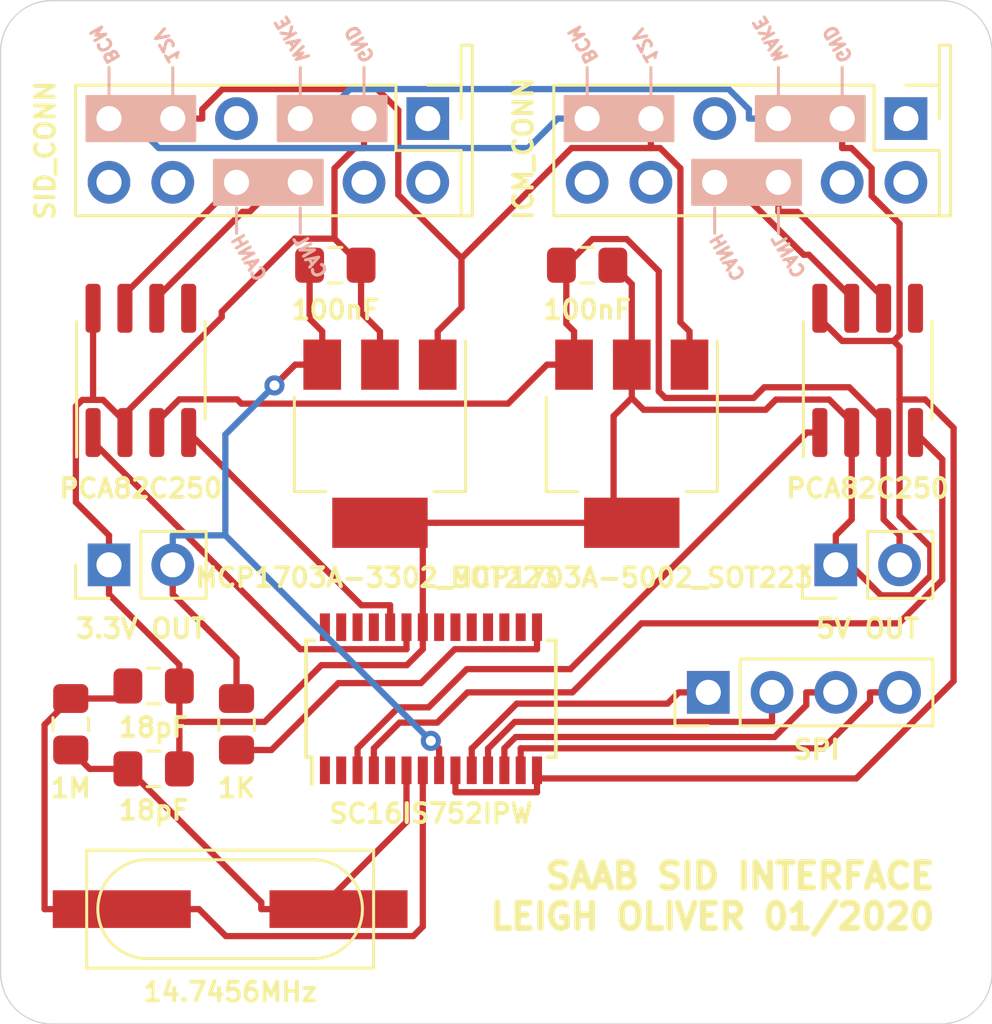
<source format=kicad_pcb>
(kicad_pcb (version 20171130) (host pcbnew 5.1.5-52549c5~84~ubuntu19.04.1)

  (general
    (thickness 1.6)
    (drawings 9)
    (tracks 245)
    (zones 0)
    (modules 17)
    (nets 49)
  )

  (page A4)
  (layers
    (0 F.Cu mixed)
    (31 B.Cu signal)
    (32 B.Adhes user)
    (33 F.Adhes user)
    (34 B.Paste user)
    (35 F.Paste user)
    (36 B.SilkS user)
    (37 F.SilkS user)
    (38 B.Mask user)
    (39 F.Mask user)
    (40 Dwgs.User user)
    (41 Cmts.User user)
    (42 Eco1.User user)
    (43 Eco2.User user)
    (44 Edge.Cuts user)
    (45 Margin user)
    (46 B.CrtYd user)
    (47 F.CrtYd user)
    (48 B.Fab user)
    (49 F.Fab user)
  )

  (setup
    (last_trace_width 0.25)
    (trace_clearance 0.2)
    (zone_clearance 0.508)
    (zone_45_only no)
    (trace_min 0.2)
    (via_size 0.8)
    (via_drill 0.4)
    (via_min_size 0.4)
    (via_min_drill 0.3)
    (uvia_size 0.3)
    (uvia_drill 0.1)
    (uvias_allowed no)
    (uvia_min_size 0.2)
    (uvia_min_drill 0.1)
    (edge_width 0.05)
    (segment_width 0.2)
    (pcb_text_width 0.3)
    (pcb_text_size 1.5 1.5)
    (mod_edge_width 0.12)
    (mod_text_size 1 1)
    (mod_text_width 0.15)
    (pad_size 1.524 1.524)
    (pad_drill 0.762)
    (pad_to_mask_clearance 0.051)
    (solder_mask_min_width 0.25)
    (aux_axis_origin 0 0)
    (visible_elements FFFFFF7F)
    (pcbplotparams
      (layerselection 0x010f0_ffffffff)
      (usegerberextensions false)
      (usegerberattributes false)
      (usegerberadvancedattributes false)
      (creategerberjobfile false)
      (excludeedgelayer true)
      (linewidth 0.100000)
      (plotframeref false)
      (viasonmask false)
      (mode 1)
      (useauxorigin false)
      (hpglpennumber 1)
      (hpglpenspeed 20)
      (hpglpendiameter 15.000000)
      (psnegative false)
      (psa4output false)
      (plotreference true)
      (plotvalue true)
      (plotinvisibletext false)
      (padsonsilk false)
      (subtractmaskfromsilk false)
      (outputformat 1)
      (mirror false)
      (drillshape 0)
      (scaleselection 1)
      (outputdirectory "plot_output/"))
  )

  (net 0 "")
  (net 1 "Net-(J1-Pad10)")
  (net 2 "Net-(J1-Pad9)")
  (net 3 "Net-(J1-Pad6)")
  (net 4 VIN)
  (net 5 "Net-(J1-Pad3)")
  (net 6 GND)
  (net 7 "Net-(J2-Pad10)")
  (net 8 "Net-(J2-Pad9)")
  (net 9 VDD_5V)
  (net 10 VDD_3.3V)
  (net 11 "Net-(J5-Pad4)")
  (net 12 "Net-(J5-Pad3)")
  (net 13 "Net-(J5-Pad2)")
  (net 14 "Net-(J5-Pad1)")
  (net 15 "Net-(J1-Pad7)")
  (net 16 "Net-(J1-Pad8)")
  (net 17 "Net-(J1-Pad4)")
  (net 18 "Net-(J1-Pad11)")
  (net 19 "Net-(J1-Pad12)")
  (net 20 "Net-(J1-Pad1)")
  (net 21 "Net-(J2-Pad7)")
  (net 22 "Net-(J2-Pad8)")
  (net 23 "Net-(J2-Pad4)")
  (net 24 "Net-(J2-Pad11)")
  (net 25 "Net-(J2-Pad12)")
  (net 26 "Net-(J2-Pad1)")
  (net 27 "Net-(U1-Pad28)")
  (net 28 "Net-(U1-Pad27)")
  (net 29 "Net-(U1-Pad26)")
  (net 30 "Net-(U1-Pad25)")
  (net 31 "Net-(U1-Pad21)")
  (net 32 "Net-(U1-Pad20)")
  (net 33 "Net-(U1-Pad19)")
  (net 34 "Net-(U1-Pad18)")
  (net 35 "Net-(U1-Pad17)")
  (net 36 "Net-(U1-Pad16)")
  (net 37 "Net-(U1-Pad5)")
  (net 38 "Net-(U1-Pad2)")
  (net 39 "Net-(U1-Pad1)")
  (net 40 "Net-(U3-Pad5)")
  (net 41 "Net-(U4-Pad5)")
  (net 42 XTAL2)
  (net 43 XTAL1)
  (net 44 "Net-(R1-Pad1)")
  (net 45 "Net-(U1-Pad24)")
  (net 46 "Net-(U1-Pad23)")
  (net 47 "Net-(U1-Pad4)")
  (net 48 "Net-(U1-Pad3)")

  (net_class Default "This is the default net class."
    (clearance 0.2)
    (trace_width 0.25)
    (via_dia 0.8)
    (via_drill 0.4)
    (uvia_dia 0.3)
    (uvia_drill 0.1)
    (add_net GND)
    (add_net "Net-(J1-Pad1)")
    (add_net "Net-(J1-Pad10)")
    (add_net "Net-(J1-Pad11)")
    (add_net "Net-(J1-Pad12)")
    (add_net "Net-(J1-Pad3)")
    (add_net "Net-(J1-Pad4)")
    (add_net "Net-(J1-Pad6)")
    (add_net "Net-(J1-Pad7)")
    (add_net "Net-(J1-Pad8)")
    (add_net "Net-(J1-Pad9)")
    (add_net "Net-(J2-Pad1)")
    (add_net "Net-(J2-Pad10)")
    (add_net "Net-(J2-Pad11)")
    (add_net "Net-(J2-Pad12)")
    (add_net "Net-(J2-Pad4)")
    (add_net "Net-(J2-Pad7)")
    (add_net "Net-(J2-Pad8)")
    (add_net "Net-(J2-Pad9)")
    (add_net "Net-(J5-Pad1)")
    (add_net "Net-(J5-Pad2)")
    (add_net "Net-(J5-Pad3)")
    (add_net "Net-(J5-Pad4)")
    (add_net "Net-(R1-Pad1)")
    (add_net "Net-(U1-Pad1)")
    (add_net "Net-(U1-Pad16)")
    (add_net "Net-(U1-Pad17)")
    (add_net "Net-(U1-Pad18)")
    (add_net "Net-(U1-Pad19)")
    (add_net "Net-(U1-Pad2)")
    (add_net "Net-(U1-Pad20)")
    (add_net "Net-(U1-Pad21)")
    (add_net "Net-(U1-Pad23)")
    (add_net "Net-(U1-Pad24)")
    (add_net "Net-(U1-Pad25)")
    (add_net "Net-(U1-Pad26)")
    (add_net "Net-(U1-Pad27)")
    (add_net "Net-(U1-Pad28)")
    (add_net "Net-(U1-Pad3)")
    (add_net "Net-(U1-Pad4)")
    (add_net "Net-(U1-Pad5)")
    (add_net "Net-(U3-Pad5)")
    (add_net "Net-(U4-Pad5)")
    (add_net VDD_3.3V)
    (add_net VDD_5V)
    (add_net VIN)
    (add_net XTAL1)
    (add_net XTAL2)
  )

  (module sid-board:SAAB_SID_CONNECTOR_HEADER (layer F.Cu) (tedit 5E27DE5A) (tstamp 5E1F8249)
    (at 93.98 65.405)
    (descr "Through hole straight pin header, 2x06, 2.54mm pitch, double rows")
    (tags "Through hole pin header THT 2x06 2.54mm double row")
    (path /5E210180)
    (fp_text reference J1 (at 8.68 0.127 270) (layer F.Fab)
      (effects (font (size 0.5 0.5) (thickness 0.1)))
    )
    (fp_text value ICM_CONN (at -8.89 0.0635 90) (layer F.SilkS)
      (effects (font (size 0.75 0.75) (thickness 0.16)))
    )
    (fp_poly (pts (xy 2.159 2.286) (xy -2.159 2.286) (xy -2.159 0.508) (xy 2.159 0.508)) (layer B.SilkS) (width 0.1))
    (fp_poly (pts (xy 4.699 -0.254) (xy 0.381 -0.254) (xy 0.381 -2.032) (xy 4.699 -2.032)) (layer B.SilkS) (width 0.1))
    (fp_poly (pts (xy -2.921 -0.254) (xy -7.239 -0.254) (xy -7.239 -2.032) (xy -2.921 -2.032)) (layer B.SilkS) (width 0.1))
    (fp_line (start -1.27 2.413) (end -1.27 3.429) (layer B.SilkS) (width 0.12))
    (fp_line (start 1.27 2.413) (end 1.27 3.429) (layer B.SilkS) (width 0.12))
    (fp_line (start -6.35 -2.032) (end -6.35 -3.175) (layer B.SilkS) (width 0.12))
    (fp_line (start -3.81 -2.032) (end -3.81 -3.175) (layer B.SilkS) (width 0.12))
    (fp_line (start 1.27 -2.032) (end 1.27 -3.175) (layer B.SilkS) (width 0.12))
    (fp_line (start 3.81 -2.032) (end 3.81 -3.175) (layer B.SilkS) (width 0.12))
    (fp_text user CANH (at -0.254 5.334 300) (layer B.SilkS)
      (effects (font (size 0.5 0.5) (thickness 0.125)) (justify left mirror))
    )
    (fp_text user CANL (at 2.159 5.207 300) (layer B.SilkS)
      (effects (font (size 0.5 0.5) (thickness 0.125)) (justify left mirror))
    )
    (fp_text user BCM (at -6.985 -4.826 300) (layer B.SilkS)
      (effects (font (size 0.5 0.5) (thickness 0.125)) (justify right mirror))
    )
    (fp_text user 12V (at -4.445 -4.699 300) (layer B.SilkS)
      (effects (font (size 0.5 0.5) (thickness 0.125)) (justify right mirror))
    )
    (fp_text user WAKE (at 0.381 -5.207 300) (layer B.SilkS)
      (effects (font (size 0.5 0.5) (thickness 0.125)) (justify right mirror))
    )
    (fp_text user GND (at 3.175 -4.826 300) (layer B.SilkS)
      (effects (font (size 0.5 0.5) (thickness 0.125)) (justify right mirror))
    )
    (fp_line (start 8.128 2.7305) (end 8.128 2.413) (layer F.SilkS) (width 0.12))
    (fp_line (start 7.68 2.7305) (end 8.128 2.7305) (layer F.SilkS) (width 0.12))
    (fp_line (start 8.128 -4.064) (end 8.128 2.413) (layer F.SilkS) (width 0.12))
    (fp_line (start 7.68 -4.064) (end 8.128 -4.064) (layer F.SilkS) (width 0.12))
    (fp_line (start 7.68 -2.473) (end 7.68 -4.064) (layer F.SilkS) (width 0.12))
    (fp_text user %R (at 0 0.127) (layer F.Fab)
      (effects (font (size 0.5 0.5) (thickness 0.1)))
    )
    (fp_line (start 8.15 3.207) (end 8.15 -2.943) (layer F.CrtYd) (width 0.05))
    (fp_line (start -8.15 3.207) (end 8.15 3.207) (layer F.CrtYd) (width 0.05))
    (fp_line (start -8.15 -2.943) (end -8.15 3.207) (layer F.CrtYd) (width 0.05))
    (fp_line (start 8.15 -2.943) (end -8.15 -2.943) (layer F.CrtYd) (width 0.05))
    (fp_line (start 7.68 -2.473) (end 7.68 -1.143) (layer F.SilkS) (width 0.12))
    (fp_line (start 6.35 -2.473) (end 7.68 -2.473) (layer F.SilkS) (width 0.12))
    (fp_line (start 7.68 0.127) (end 7.68 2.727) (layer F.SilkS) (width 0.12))
    (fp_line (start 5.08 0.127) (end 7.68 0.127) (layer F.SilkS) (width 0.12))
    (fp_line (start 5.08 -2.473) (end 5.08 0.127) (layer F.SilkS) (width 0.12))
    (fp_line (start 7.68 2.727) (end -7.68 2.727) (layer F.SilkS) (width 0.12))
    (fp_line (start 5.08 -2.473) (end -7.68 -2.473) (layer F.SilkS) (width 0.12))
    (fp_line (start -7.68 -2.473) (end -7.68 2.727) (layer F.SilkS) (width 0.12))
    (fp_line (start 6.35 -2.413) (end 7.62 -1.143) (layer F.Fab) (width 0.1))
    (fp_line (start -7.62 -2.413) (end 6.35 -2.413) (layer F.Fab) (width 0.1))
    (fp_line (start -7.62 2.667) (end -7.62 -2.413) (layer F.Fab) (width 0.1))
    (fp_line (start 7.62 2.667) (end -7.62 2.667) (layer F.Fab) (width 0.1))
    (fp_line (start 7.62 -1.143) (end 7.62 2.667) (layer F.Fab) (width 0.1))
    (pad 7 thru_hole oval (at -6.35 1.397 270) (size 1.7 1.7) (drill 1) (layers *.Cu *.Mask)
      (net 15 "Net-(J1-Pad7)"))
    (pad 6 thru_hole oval (at -6.35 -1.143 270) (size 1.7 1.7) (drill 1) (layers *.Cu *.Mask)
      (net 3 "Net-(J1-Pad6)"))
    (pad 8 thru_hole oval (at -3.81 1.397 270) (size 1.7 1.7) (drill 1) (layers *.Cu *.Mask)
      (net 16 "Net-(J1-Pad8)"))
    (pad 5 thru_hole oval (at -3.81 -1.143 270) (size 1.7 1.7) (drill 1) (layers *.Cu *.Mask)
      (net 4 VIN))
    (pad 9 thru_hole oval (at -1.27 1.397 270) (size 1.7 1.7) (drill 1) (layers *.Cu *.Mask)
      (net 2 "Net-(J1-Pad9)"))
    (pad 4 thru_hole oval (at -1.27 -1.143 270) (size 1.7 1.7) (drill 1) (layers *.Cu *.Mask)
      (net 17 "Net-(J1-Pad4)"))
    (pad 10 thru_hole oval (at 1.27 1.397 270) (size 1.7 1.7) (drill 1) (layers *.Cu *.Mask)
      (net 1 "Net-(J1-Pad10)"))
    (pad 3 thru_hole oval (at 1.27 -1.143 270) (size 1.7 1.7) (drill 1) (layers *.Cu *.Mask)
      (net 5 "Net-(J1-Pad3)"))
    (pad 11 thru_hole oval (at 3.81 1.397 270) (size 1.7 1.7) (drill 1) (layers *.Cu *.Mask)
      (net 18 "Net-(J1-Pad11)"))
    (pad 2 thru_hole oval (at 3.81 -1.143 270) (size 1.7 1.7) (drill 1) (layers *.Cu *.Mask)
      (net 6 GND))
    (pad 12 thru_hole oval (at 6.35 1.397 270) (size 1.7 1.7) (drill 1) (layers *.Cu *.Mask)
      (net 19 "Net-(J1-Pad12)"))
    (pad 1 thru_hole rect (at 6.35 -1.143 270) (size 1.7 1.7) (drill 1) (layers *.Cu *.Mask)
      (net 20 "Net-(J1-Pad1)"))
    (model ${KISYS3DMOD}/Connector_PinHeader_2.54mm.3dshapes/PinHeader_2x06_P2.54mm_Horizontal.wrl
      (offset (xyz -6.35 -1.4 0))
      (scale (xyz 1 1 1))
      (rotate (xyz 0 0 -90))
    )
  )

  (module sid-board:SAAB_SID_CONNECTOR_HEADER (layer F.Cu) (tedit 5E27DE5A) (tstamp 5E1F7CC3)
    (at 74.93 65.405)
    (descr "Through hole straight pin header, 2x06, 2.54mm pitch, double rows")
    (tags "Through hole pin header THT 2x06 2.54mm double row")
    (path /5E211BEE)
    (fp_text reference J2 (at 8.68 0.127 270) (layer F.Fab)
      (effects (font (size 0.5 0.5) (thickness 0.1)))
    )
    (fp_text value SID_CONN (at -8.89 0.127 90) (layer F.SilkS)
      (effects (font (size 0.75 0.75) (thickness 0.16)))
    )
    (fp_poly (pts (xy 2.159 2.286) (xy -2.159 2.286) (xy -2.159 0.508) (xy 2.159 0.508)) (layer B.SilkS) (width 0.1))
    (fp_poly (pts (xy 4.699 -0.254) (xy 0.381 -0.254) (xy 0.381 -2.032) (xy 4.699 -2.032)) (layer B.SilkS) (width 0.1))
    (fp_poly (pts (xy -2.921 -0.254) (xy -7.239 -0.254) (xy -7.239 -2.032) (xy -2.921 -2.032)) (layer B.SilkS) (width 0.1))
    (fp_line (start -1.27 2.413) (end -1.27 3.429) (layer B.SilkS) (width 0.12))
    (fp_line (start 1.27 2.413) (end 1.27 3.429) (layer B.SilkS) (width 0.12))
    (fp_line (start -6.35 -2.032) (end -6.35 -3.175) (layer B.SilkS) (width 0.12))
    (fp_line (start -3.81 -2.032) (end -3.81 -3.175) (layer B.SilkS) (width 0.12))
    (fp_line (start 1.27 -2.032) (end 1.27 -3.175) (layer B.SilkS) (width 0.12))
    (fp_line (start 3.81 -2.032) (end 3.81 -3.175) (layer B.SilkS) (width 0.12))
    (fp_text user CANH (at -0.254 5.334 300) (layer B.SilkS)
      (effects (font (size 0.5 0.5) (thickness 0.125)) (justify left mirror))
    )
    (fp_text user CANL (at 2.159 5.207 300) (layer B.SilkS)
      (effects (font (size 0.5 0.5) (thickness 0.125)) (justify left mirror))
    )
    (fp_text user BCM (at -6.985 -4.826 300) (layer B.SilkS)
      (effects (font (size 0.5 0.5) (thickness 0.125)) (justify right mirror))
    )
    (fp_text user 12V (at -4.445 -4.699 300) (layer B.SilkS)
      (effects (font (size 0.5 0.5) (thickness 0.125)) (justify right mirror))
    )
    (fp_text user WAKE (at 0.381 -5.207 300) (layer B.SilkS)
      (effects (font (size 0.5 0.5) (thickness 0.125)) (justify right mirror))
    )
    (fp_text user GND (at 3.175 -4.826 300) (layer B.SilkS)
      (effects (font (size 0.5 0.5) (thickness 0.125)) (justify right mirror))
    )
    (fp_line (start 8.128 2.7305) (end 8.128 2.413) (layer F.SilkS) (width 0.12))
    (fp_line (start 7.68 2.7305) (end 8.128 2.7305) (layer F.SilkS) (width 0.12))
    (fp_line (start 8.128 -4.064) (end 8.128 2.413) (layer F.SilkS) (width 0.12))
    (fp_line (start 7.68 -4.064) (end 8.128 -4.064) (layer F.SilkS) (width 0.12))
    (fp_line (start 7.68 -2.473) (end 7.68 -4.064) (layer F.SilkS) (width 0.12))
    (fp_text user %R (at 0 0.127) (layer F.Fab)
      (effects (font (size 0.5 0.5) (thickness 0.1)))
    )
    (fp_line (start 8.15 3.207) (end 8.15 -2.943) (layer F.CrtYd) (width 0.05))
    (fp_line (start -8.15 3.207) (end 8.15 3.207) (layer F.CrtYd) (width 0.05))
    (fp_line (start -8.15 -2.943) (end -8.15 3.207) (layer F.CrtYd) (width 0.05))
    (fp_line (start 8.15 -2.943) (end -8.15 -2.943) (layer F.CrtYd) (width 0.05))
    (fp_line (start 7.68 -2.473) (end 7.68 -1.143) (layer F.SilkS) (width 0.12))
    (fp_line (start 6.35 -2.473) (end 7.68 -2.473) (layer F.SilkS) (width 0.12))
    (fp_line (start 7.68 0.127) (end 7.68 2.727) (layer F.SilkS) (width 0.12))
    (fp_line (start 5.08 0.127) (end 7.68 0.127) (layer F.SilkS) (width 0.12))
    (fp_line (start 5.08 -2.473) (end 5.08 0.127) (layer F.SilkS) (width 0.12))
    (fp_line (start 7.68 2.727) (end -7.68 2.727) (layer F.SilkS) (width 0.12))
    (fp_line (start 5.08 -2.473) (end -7.68 -2.473) (layer F.SilkS) (width 0.12))
    (fp_line (start -7.68 -2.473) (end -7.68 2.727) (layer F.SilkS) (width 0.12))
    (fp_line (start 6.35 -2.413) (end 7.62 -1.143) (layer F.Fab) (width 0.1))
    (fp_line (start -7.62 -2.413) (end 6.35 -2.413) (layer F.Fab) (width 0.1))
    (fp_line (start -7.62 2.667) (end -7.62 -2.413) (layer F.Fab) (width 0.1))
    (fp_line (start 7.62 2.667) (end -7.62 2.667) (layer F.Fab) (width 0.1))
    (fp_line (start 7.62 -1.143) (end 7.62 2.667) (layer F.Fab) (width 0.1))
    (pad 7 thru_hole oval (at -6.35 1.397 270) (size 1.7 1.7) (drill 1) (layers *.Cu *.Mask)
      (net 21 "Net-(J2-Pad7)"))
    (pad 6 thru_hole oval (at -6.35 -1.143 270) (size 1.7 1.7) (drill 1) (layers *.Cu *.Mask)
      (net 3 "Net-(J1-Pad6)"))
    (pad 8 thru_hole oval (at -3.81 1.397 270) (size 1.7 1.7) (drill 1) (layers *.Cu *.Mask)
      (net 22 "Net-(J2-Pad8)"))
    (pad 5 thru_hole oval (at -3.81 -1.143 270) (size 1.7 1.7) (drill 1) (layers *.Cu *.Mask)
      (net 4 VIN))
    (pad 9 thru_hole oval (at -1.27 1.397 270) (size 1.7 1.7) (drill 1) (layers *.Cu *.Mask)
      (net 8 "Net-(J2-Pad9)"))
    (pad 4 thru_hole oval (at -1.27 -1.143 270) (size 1.7 1.7) (drill 1) (layers *.Cu *.Mask)
      (net 23 "Net-(J2-Pad4)"))
    (pad 10 thru_hole oval (at 1.27 1.397 270) (size 1.7 1.7) (drill 1) (layers *.Cu *.Mask)
      (net 7 "Net-(J2-Pad10)"))
    (pad 3 thru_hole oval (at 1.27 -1.143 270) (size 1.7 1.7) (drill 1) (layers *.Cu *.Mask)
      (net 5 "Net-(J1-Pad3)"))
    (pad 11 thru_hole oval (at 3.81 1.397 270) (size 1.7 1.7) (drill 1) (layers *.Cu *.Mask)
      (net 24 "Net-(J2-Pad11)"))
    (pad 2 thru_hole oval (at 3.81 -1.143 270) (size 1.7 1.7) (drill 1) (layers *.Cu *.Mask)
      (net 6 GND))
    (pad 12 thru_hole oval (at 6.35 1.397 270) (size 1.7 1.7) (drill 1) (layers *.Cu *.Mask)
      (net 25 "Net-(J2-Pad12)"))
    (pad 1 thru_hole rect (at 6.35 -1.143 270) (size 1.7 1.7) (drill 1) (layers *.Cu *.Mask)
      (net 26 "Net-(J2-Pad1)"))
    (model ${KISYS3DMOD}/Connector_PinHeader_2.54mm.3dshapes/PinHeader_2x06_P2.54mm_Horizontal.wrl
      (offset (xyz -6.35 -1.4 0))
      (scale (xyz 1 1 1))
      (rotate (xyz 0 0 -90))
    )
  )

  (module Package_SO:SOIC-8_3.9x4.9mm_P1.27mm (layer F.Cu) (tedit 5C97300E) (tstamp 5E1EB7BB)
    (at 98.806 74.295 90)
    (descr "SOIC, 8 Pin (JEDEC MS-012AA, https://www.analog.com/media/en/package-pcb-resources/package/pkg_pdf/soic_narrow-r/r_8.pdf), generated with kicad-footprint-generator ipc_gullwing_generator.py")
    (tags "SOIC SO")
    (path /5E1EEB2A)
    (attr smd)
    (fp_text reference U3 (at 0 3.556 270) (layer F.Fab)
      (effects (font (size 0.5 0.5) (thickness 0.1)))
    )
    (fp_text value PCA82C250 (at -4.699 0 180) (layer F.SilkS)
      (effects (font (size 0.75 0.75) (thickness 0.16)))
    )
    (fp_line (start 0 2.56) (end 1.95 2.56) (layer F.SilkS) (width 0.12))
    (fp_line (start 0 2.56) (end -1.95 2.56) (layer F.SilkS) (width 0.12))
    (fp_line (start 0 -2.56) (end 1.95 -2.56) (layer F.SilkS) (width 0.12))
    (fp_line (start 0 -2.56) (end -3.45 -2.56) (layer F.SilkS) (width 0.12))
    (fp_line (start -0.975 -2.45) (end 1.95 -2.45) (layer F.Fab) (width 0.1))
    (fp_line (start 1.95 -2.45) (end 1.95 2.45) (layer F.Fab) (width 0.1))
    (fp_line (start 1.95 2.45) (end -1.95 2.45) (layer F.Fab) (width 0.1))
    (fp_line (start -1.95 2.45) (end -1.95 -1.475) (layer F.Fab) (width 0.1))
    (fp_line (start -1.95 -1.475) (end -0.975 -2.45) (layer F.Fab) (width 0.1))
    (fp_line (start -3.7 -2.7) (end -3.7 2.7) (layer F.CrtYd) (width 0.05))
    (fp_line (start -3.7 2.7) (end 3.7 2.7) (layer F.CrtYd) (width 0.05))
    (fp_line (start 3.7 2.7) (end 3.7 -2.7) (layer F.CrtYd) (width 0.05))
    (fp_line (start 3.7 -2.7) (end -3.7 -2.7) (layer F.CrtYd) (width 0.05))
    (fp_text user %R (at 0 0 90) (layer F.Fab)
      (effects (font (size 0.5 0.5) (thickness 0.1)))
    )
    (pad 1 smd roundrect (at -2.475 -1.905 90) (size 1.95 0.6) (layers F.Cu F.Paste F.Mask) (roundrect_rratio 0.25)
      (net 48 "Net-(U1-Pad3)"))
    (pad 2 smd roundrect (at -2.475 -0.635 90) (size 1.95 0.6) (layers F.Cu F.Paste F.Mask) (roundrect_rratio 0.25)
      (net 6 GND))
    (pad 3 smd roundrect (at -2.475 0.635 90) (size 1.95 0.6) (layers F.Cu F.Paste F.Mask) (roundrect_rratio 0.25)
      (net 9 VDD_5V))
    (pad 4 smd roundrect (at -2.475 1.905 90) (size 1.95 0.6) (layers F.Cu F.Paste F.Mask) (roundrect_rratio 0.25)
      (net 47 "Net-(U1-Pad4)"))
    (pad 5 smd roundrect (at 2.475 1.905 90) (size 1.95 0.6) (layers F.Cu F.Paste F.Mask) (roundrect_rratio 0.25)
      (net 40 "Net-(U3-Pad5)"))
    (pad 6 smd roundrect (at 2.475 0.635 90) (size 1.95 0.6) (layers F.Cu F.Paste F.Mask) (roundrect_rratio 0.25)
      (net 1 "Net-(J1-Pad10)"))
    (pad 7 smd roundrect (at 2.475 -0.635 90) (size 1.95 0.6) (layers F.Cu F.Paste F.Mask) (roundrect_rratio 0.25)
      (net 2 "Net-(J1-Pad9)"))
    (pad 8 smd roundrect (at 2.475 -1.905 90) (size 1.95 0.6) (layers F.Cu F.Paste F.Mask) (roundrect_rratio 0.25)
      (net 6 GND))
    (model ${KISYS3DMOD}/Package_SO.3dshapes/SOIC-8_3.9x4.9mm_P1.27mm.wrl
      (at (xyz 0 0 0))
      (scale (xyz 1 1 1))
      (rotate (xyz 0 0 0))
    )
  )

  (module Package_SO:SOIC-8_3.9x4.9mm_P1.27mm (layer F.Cu) (tedit 5C97300E) (tstamp 5E1EB7D5)
    (at 69.85 74.295 90)
    (descr "SOIC, 8 Pin (JEDEC MS-012AA, https://www.analog.com/media/en/package-pcb-resources/package/pkg_pdf/soic_narrow-r/r_8.pdf), generated with kicad-footprint-generator ipc_gullwing_generator.py")
    (tags "SOIC SO")
    (path /5E1F1E39)
    (attr smd)
    (fp_text reference U4 (at 0 3.556 90) (layer F.Fab)
      (effects (font (size 0.5 0.5) (thickness 0.1)))
    )
    (fp_text value PCA82C250 (at -4.699 0 180) (layer F.SilkS)
      (effects (font (size 0.75 0.75) (thickness 0.16)))
    )
    (fp_text user %R (at 0 0 90) (layer F.Fab)
      (effects (font (size 0.5 0.5) (thickness 0.1)))
    )
    (fp_line (start 3.7 -2.7) (end -3.7 -2.7) (layer F.CrtYd) (width 0.05))
    (fp_line (start 3.7 2.7) (end 3.7 -2.7) (layer F.CrtYd) (width 0.05))
    (fp_line (start -3.7 2.7) (end 3.7 2.7) (layer F.CrtYd) (width 0.05))
    (fp_line (start -3.7 -2.7) (end -3.7 2.7) (layer F.CrtYd) (width 0.05))
    (fp_line (start -1.95 -1.475) (end -0.975 -2.45) (layer F.Fab) (width 0.1))
    (fp_line (start -1.95 2.45) (end -1.95 -1.475) (layer F.Fab) (width 0.1))
    (fp_line (start 1.95 2.45) (end -1.95 2.45) (layer F.Fab) (width 0.1))
    (fp_line (start 1.95 -2.45) (end 1.95 2.45) (layer F.Fab) (width 0.1))
    (fp_line (start -0.975 -2.45) (end 1.95 -2.45) (layer F.Fab) (width 0.1))
    (fp_line (start 0 -2.56) (end -3.45 -2.56) (layer F.SilkS) (width 0.12))
    (fp_line (start 0 -2.56) (end 1.95 -2.56) (layer F.SilkS) (width 0.12))
    (fp_line (start 0 2.56) (end -1.95 2.56) (layer F.SilkS) (width 0.12))
    (fp_line (start 0 2.56) (end 1.95 2.56) (layer F.SilkS) (width 0.12))
    (pad 8 smd roundrect (at 2.475 -1.905 90) (size 1.95 0.6) (layers F.Cu F.Paste F.Mask) (roundrect_rratio 0.25)
      (net 6 GND))
    (pad 7 smd roundrect (at 2.475 -0.635 90) (size 1.95 0.6) (layers F.Cu F.Paste F.Mask) (roundrect_rratio 0.25)
      (net 8 "Net-(J2-Pad9)"))
    (pad 6 smd roundrect (at 2.475 0.635 90) (size 1.95 0.6) (layers F.Cu F.Paste F.Mask) (roundrect_rratio 0.25)
      (net 7 "Net-(J2-Pad10)"))
    (pad 5 smd roundrect (at 2.475 1.905 90) (size 1.95 0.6) (layers F.Cu F.Paste F.Mask) (roundrect_rratio 0.25)
      (net 41 "Net-(U4-Pad5)"))
    (pad 4 smd roundrect (at -2.475 1.905 90) (size 1.95 0.6) (layers F.Cu F.Paste F.Mask) (roundrect_rratio 0.25)
      (net 45 "Net-(U1-Pad24)"))
    (pad 3 smd roundrect (at -2.475 0.635 90) (size 1.95 0.6) (layers F.Cu F.Paste F.Mask) (roundrect_rratio 0.25)
      (net 9 VDD_5V))
    (pad 2 smd roundrect (at -2.475 -0.635 90) (size 1.95 0.6) (layers F.Cu F.Paste F.Mask) (roundrect_rratio 0.25)
      (net 6 GND))
    (pad 1 smd roundrect (at -2.475 -1.905 90) (size 1.95 0.6) (layers F.Cu F.Paste F.Mask) (roundrect_rratio 0.25)
      (net 46 "Net-(U1-Pad23)"))
    (model ${KISYS3DMOD}/Package_SO.3dshapes/SOIC-8_3.9x4.9mm_P1.27mm.wrl
      (at (xyz 0 0 0))
      (scale (xyz 1 1 1))
      (rotate (xyz 0 0 0))
    )
  )

  (module Connector_PinHeader_2.54mm:PinHeader_1x02_P2.54mm_Vertical (layer F.Cu) (tedit 59FED5CC) (tstamp 5E1EF4CA)
    (at 97.536 82.042 90)
    (descr "Through hole straight pin header, 1x02, 2.54mm pitch, single row")
    (tags "Through hole pin header THT 1x02 2.54mm single row")
    (path /5E30F0FD)
    (fp_text reference J3 (at 0 5.207 90) (layer F.Fab)
      (effects (font (size 0.5 0.5) (thickness 0.1)))
    )
    (fp_text value "5V OUT" (at -2.54 1.27 180) (layer F.SilkS)
      (effects (font (size 0.75 0.75) (thickness 0.16)))
    )
    (fp_text user %R (at 0 1.27) (layer F.Fab)
      (effects (font (size 0.5 0.5) (thickness 0.1)))
    )
    (fp_line (start 1.8 -1.8) (end -1.8 -1.8) (layer F.CrtYd) (width 0.05))
    (fp_line (start 1.8 4.35) (end 1.8 -1.8) (layer F.CrtYd) (width 0.05))
    (fp_line (start -1.8 4.35) (end 1.8 4.35) (layer F.CrtYd) (width 0.05))
    (fp_line (start -1.8 -1.8) (end -1.8 4.35) (layer F.CrtYd) (width 0.05))
    (fp_line (start -1.33 -1.33) (end 0 -1.33) (layer F.SilkS) (width 0.12))
    (fp_line (start -1.33 0) (end -1.33 -1.33) (layer F.SilkS) (width 0.12))
    (fp_line (start -1.33 1.27) (end 1.33 1.27) (layer F.SilkS) (width 0.12))
    (fp_line (start 1.33 1.27) (end 1.33 3.87) (layer F.SilkS) (width 0.12))
    (fp_line (start -1.33 1.27) (end -1.33 3.87) (layer F.SilkS) (width 0.12))
    (fp_line (start -1.33 3.87) (end 1.33 3.87) (layer F.SilkS) (width 0.12))
    (fp_line (start -1.27 -0.635) (end -0.635 -1.27) (layer F.Fab) (width 0.1))
    (fp_line (start -1.27 3.81) (end -1.27 -0.635) (layer F.Fab) (width 0.1))
    (fp_line (start 1.27 3.81) (end -1.27 3.81) (layer F.Fab) (width 0.1))
    (fp_line (start 1.27 -1.27) (end 1.27 3.81) (layer F.Fab) (width 0.1))
    (fp_line (start -0.635 -1.27) (end 1.27 -1.27) (layer F.Fab) (width 0.1))
    (pad 2 thru_hole oval (at 0 2.54 90) (size 1.7 1.7) (drill 1) (layers *.Cu *.Mask)
      (net 9 VDD_5V))
    (pad 1 thru_hole rect (at 0 0 90) (size 1.7 1.7) (drill 1) (layers *.Cu *.Mask)
      (net 6 GND))
    (model ${KISYS3DMOD}/Connector_PinHeader_2.54mm.3dshapes/PinHeader_1x02_P2.54mm_Vertical.wrl
      (at (xyz 0 0 0))
      (scale (xyz 1 1 1))
      (rotate (xyz 0 0 0))
    )
  )

  (module Connector_PinHeader_2.54mm:PinHeader_1x02_P2.54mm_Vertical (layer F.Cu) (tedit 59FED5CC) (tstamp 5E1F1B80)
    (at 68.58 82.042 90)
    (descr "Through hole straight pin header, 1x02, 2.54mm pitch, single row")
    (tags "Through hole pin header THT 1x02 2.54mm single row")
    (path /5E310D87)
    (fp_text reference J4 (at 0.127 5.207 90) (layer F.Fab)
      (effects (font (size 0.5 0.5) (thickness 0.1)))
    )
    (fp_text value "3.3V OUT" (at -2.54 1.27 180) (layer F.SilkS)
      (effects (font (size 0.75 0.75) (thickness 0.16)))
    )
    (fp_text user %R (at 0 1.27) (layer F.Fab)
      (effects (font (size 0.5 0.5) (thickness 0.1)))
    )
    (fp_line (start 1.8 -1.8) (end -1.8 -1.8) (layer F.CrtYd) (width 0.05))
    (fp_line (start 1.8 4.35) (end 1.8 -1.8) (layer F.CrtYd) (width 0.05))
    (fp_line (start -1.8 4.35) (end 1.8 4.35) (layer F.CrtYd) (width 0.05))
    (fp_line (start -1.8 -1.8) (end -1.8 4.35) (layer F.CrtYd) (width 0.05))
    (fp_line (start -1.33 -1.33) (end 0 -1.33) (layer F.SilkS) (width 0.12))
    (fp_line (start -1.33 0) (end -1.33 -1.33) (layer F.SilkS) (width 0.12))
    (fp_line (start -1.33 1.27) (end 1.33 1.27) (layer F.SilkS) (width 0.12))
    (fp_line (start 1.33 1.27) (end 1.33 3.87) (layer F.SilkS) (width 0.12))
    (fp_line (start -1.33 1.27) (end -1.33 3.87) (layer F.SilkS) (width 0.12))
    (fp_line (start -1.33 3.87) (end 1.33 3.87) (layer F.SilkS) (width 0.12))
    (fp_line (start -1.27 -0.635) (end -0.635 -1.27) (layer F.Fab) (width 0.1))
    (fp_line (start -1.27 3.81) (end -1.27 -0.635) (layer F.Fab) (width 0.1))
    (fp_line (start 1.27 3.81) (end -1.27 3.81) (layer F.Fab) (width 0.1))
    (fp_line (start 1.27 -1.27) (end 1.27 3.81) (layer F.Fab) (width 0.1))
    (fp_line (start -0.635 -1.27) (end 1.27 -1.27) (layer F.Fab) (width 0.1))
    (pad 2 thru_hole oval (at 0 2.54 90) (size 1.7 1.7) (drill 1) (layers *.Cu *.Mask)
      (net 10 VDD_3.3V))
    (pad 1 thru_hole rect (at 0 0 90) (size 1.7 1.7) (drill 1) (layers *.Cu *.Mask)
      (net 6 GND))
    (model ${KISYS3DMOD}/Connector_PinHeader_2.54mm.3dshapes/PinHeader_1x02_P2.54mm_Vertical.wrl
      (at (xyz 0 0 0))
      (scale (xyz 1 1 1))
      (rotate (xyz 0 0 0))
    )
  )

  (module Connector_PinHeader_2.54mm:PinHeader_1x04_P2.54mm_Vertical (layer F.Cu) (tedit 59FED5CC) (tstamp 5E1EF4F8)
    (at 92.456 87.122 90)
    (descr "Through hole straight pin header, 1x04, 2.54mm pitch, single row")
    (tags "Through hole pin header THT 1x04 2.54mm single row")
    (path /5E308950)
    (fp_text reference J5 (at 0.127 -2.54 90) (layer F.Fab)
      (effects (font (size 0.5 0.5) (thickness 0.1) italic))
    )
    (fp_text value SPI (at -2.286 4.318 180) (layer F.SilkS)
      (effects (font (size 0.75 0.75) (thickness 0.16)))
    )
    (fp_text user %R (at 0 3.81) (layer F.Fab)
      (effects (font (size 0.5 0.5) (thickness 0.1)))
    )
    (fp_line (start 1.8 -1.8) (end -1.8 -1.8) (layer F.CrtYd) (width 0.05))
    (fp_line (start 1.8 9.4) (end 1.8 -1.8) (layer F.CrtYd) (width 0.05))
    (fp_line (start -1.8 9.4) (end 1.8 9.4) (layer F.CrtYd) (width 0.05))
    (fp_line (start -1.8 -1.8) (end -1.8 9.4) (layer F.CrtYd) (width 0.05))
    (fp_line (start -1.33 -1.33) (end 0 -1.33) (layer F.SilkS) (width 0.12))
    (fp_line (start -1.33 0) (end -1.33 -1.33) (layer F.SilkS) (width 0.12))
    (fp_line (start -1.33 1.27) (end 1.33 1.27) (layer F.SilkS) (width 0.12))
    (fp_line (start 1.33 1.27) (end 1.33 8.95) (layer F.SilkS) (width 0.12))
    (fp_line (start -1.33 1.27) (end -1.33 8.95) (layer F.SilkS) (width 0.12))
    (fp_line (start -1.33 8.95) (end 1.33 8.95) (layer F.SilkS) (width 0.12))
    (fp_line (start -1.27 -0.635) (end -0.635 -1.27) (layer F.Fab) (width 0.1))
    (fp_line (start -1.27 8.89) (end -1.27 -0.635) (layer F.Fab) (width 0.1))
    (fp_line (start 1.27 8.89) (end -1.27 8.89) (layer F.Fab) (width 0.1))
    (fp_line (start 1.27 -1.27) (end 1.27 8.89) (layer F.Fab) (width 0.1))
    (fp_line (start -0.635 -1.27) (end 1.27 -1.27) (layer F.Fab) (width 0.1))
    (pad 4 thru_hole oval (at 0 7.62 90) (size 1.7 1.7) (drill 1) (layers *.Cu *.Mask)
      (net 11 "Net-(J5-Pad4)"))
    (pad 3 thru_hole oval (at 0 5.08 90) (size 1.7 1.7) (drill 1) (layers *.Cu *.Mask)
      (net 12 "Net-(J5-Pad3)"))
    (pad 2 thru_hole oval (at 0 2.54 90) (size 1.7 1.7) (drill 1) (layers *.Cu *.Mask)
      (net 13 "Net-(J5-Pad2)"))
    (pad 1 thru_hole rect (at 0 0 90) (size 1.7 1.7) (drill 1) (layers *.Cu *.Mask)
      (net 14 "Net-(J5-Pad1)"))
    (model ${KISYS3DMOD}/Connector_PinHeader_2.54mm.3dshapes/PinHeader_1x04_P2.54mm_Vertical.wrl
      (at (xyz 0 0 0))
      (scale (xyz 1 1 1))
      (rotate (xyz 0 0 0))
    )
  )

  (module Package_SO:TSSOP-28_4.4x9.7mm_P0.65mm (layer F.Cu) (tedit 5A02F25C) (tstamp 5E1F05F7)
    (at 81.407 87.376 90)
    (descr "TSSOP28: plastic thin shrink small outline package; 28 leads; body width 4.4 mm; (see NXP SSOP-TSSOP-VSO-REFLOW.pdf and sot361-1_po.pdf)")
    (tags "SSOP 0.65")
    (path /5E1EA07F)
    (attr smd)
    (fp_text reference U1 (at 0 -5.9 90) (layer F.Fab)
      (effects (font (size 0.5 0.5) (thickness 0.1)))
    )
    (fp_text value SC16IS752IPW (at -4.572 0) (layer F.SilkS)
      (effects (font (size 0.75 0.75) (thickness 0.16)))
    )
    (fp_text user %R (at 0 0 90) (layer F.Fab)
      (effects (font (size 0.5 0.5) (thickness 0.1)))
    )
    (fp_line (start -2.325 -4.75) (end -3.4 -4.75) (layer F.SilkS) (width 0.15))
    (fp_line (start -2.325 4.975) (end 2.325 4.975) (layer F.SilkS) (width 0.15))
    (fp_line (start -2.325 -4.975) (end 2.325 -4.975) (layer F.SilkS) (width 0.15))
    (fp_line (start -2.325 4.975) (end -2.325 4.65) (layer F.SilkS) (width 0.15))
    (fp_line (start 2.325 4.975) (end 2.325 4.65) (layer F.SilkS) (width 0.15))
    (fp_line (start 2.325 -4.975) (end 2.325 -4.65) (layer F.SilkS) (width 0.15))
    (fp_line (start -2.325 -4.975) (end -2.325 -4.75) (layer F.SilkS) (width 0.15))
    (fp_line (start -3.65 5.15) (end 3.65 5.15) (layer F.CrtYd) (width 0.05))
    (fp_line (start -3.65 -5.15) (end 3.65 -5.15) (layer F.CrtYd) (width 0.05))
    (fp_line (start 3.65 -5.15) (end 3.65 5.15) (layer F.CrtYd) (width 0.05))
    (fp_line (start -3.65 -5.15) (end -3.65 5.15) (layer F.CrtYd) (width 0.05))
    (fp_line (start -2.2 -3.85) (end -1.2 -4.85) (layer F.Fab) (width 0.15))
    (fp_line (start -2.2 4.85) (end -2.2 -3.85) (layer F.Fab) (width 0.15))
    (fp_line (start 2.2 4.85) (end -2.2 4.85) (layer F.Fab) (width 0.15))
    (fp_line (start 2.2 -4.85) (end 2.2 4.85) (layer F.Fab) (width 0.15))
    (fp_line (start -1.2 -4.85) (end 2.2 -4.85) (layer F.Fab) (width 0.15))
    (pad 28 smd rect (at 2.85 -4.225 90) (size 1.1 0.4) (layers F.Cu F.Paste F.Mask)
      (net 27 "Net-(U1-Pad28)"))
    (pad 27 smd rect (at 2.85 -3.575 90) (size 1.1 0.4) (layers F.Cu F.Paste F.Mask)
      (net 28 "Net-(U1-Pad27)"))
    (pad 26 smd rect (at 2.85 -2.925 90) (size 1.1 0.4) (layers F.Cu F.Paste F.Mask)
      (net 29 "Net-(U1-Pad26)"))
    (pad 25 smd rect (at 2.85 -2.275 90) (size 1.1 0.4) (layers F.Cu F.Paste F.Mask)
      (net 30 "Net-(U1-Pad25)"))
    (pad 24 smd rect (at 2.85 -1.625 90) (size 1.1 0.4) (layers F.Cu F.Paste F.Mask)
      (net 45 "Net-(U1-Pad24)"))
    (pad 23 smd rect (at 2.85 -0.975 90) (size 1.1 0.4) (layers F.Cu F.Paste F.Mask)
      (net 46 "Net-(U1-Pad23)"))
    (pad 22 smd rect (at 2.85 -0.325 90) (size 1.1 0.4) (layers F.Cu F.Paste F.Mask)
      (net 6 GND))
    (pad 21 smd rect (at 2.85 0.325 90) (size 1.1 0.4) (layers F.Cu F.Paste F.Mask)
      (net 31 "Net-(U1-Pad21)"))
    (pad 20 smd rect (at 2.85 0.975 90) (size 1.1 0.4) (layers F.Cu F.Paste F.Mask)
      (net 32 "Net-(U1-Pad20)"))
    (pad 19 smd rect (at 2.85 1.625 90) (size 1.1 0.4) (layers F.Cu F.Paste F.Mask)
      (net 33 "Net-(U1-Pad19)"))
    (pad 18 smd rect (at 2.85 2.275 90) (size 1.1 0.4) (layers F.Cu F.Paste F.Mask)
      (net 34 "Net-(U1-Pad18)"))
    (pad 17 smd rect (at 2.85 2.925 90) (size 1.1 0.4) (layers F.Cu F.Paste F.Mask)
      (net 35 "Net-(U1-Pad17)"))
    (pad 16 smd rect (at 2.85 3.575 90) (size 1.1 0.4) (layers F.Cu F.Paste F.Mask)
      (net 36 "Net-(U1-Pad16)"))
    (pad 15 smd rect (at 2.85 4.225 90) (size 1.1 0.4) (layers F.Cu F.Paste F.Mask)
      (net 44 "Net-(R1-Pad1)"))
    (pad 14 smd rect (at -2.85 4.225 90) (size 1.1 0.4) (layers F.Cu F.Paste F.Mask)
      (net 6 GND))
    (pad 13 smd rect (at -2.85 3.575 90) (size 1.1 0.4) (layers F.Cu F.Paste F.Mask)
      (net 11 "Net-(J5-Pad4)"))
    (pad 12 smd rect (at -2.85 2.925 90) (size 1.1 0.4) (layers F.Cu F.Paste F.Mask)
      (net 12 "Net-(J5-Pad3)"))
    (pad 11 smd rect (at -2.85 2.275 90) (size 1.1 0.4) (layers F.Cu F.Paste F.Mask)
      (net 13 "Net-(J5-Pad2)"))
    (pad 10 smd rect (at -2.85 1.625 90) (size 1.1 0.4) (layers F.Cu F.Paste F.Mask)
      (net 14 "Net-(J5-Pad1)"))
    (pad 9 smd rect (at -2.85 0.975 90) (size 1.1 0.4) (layers F.Cu F.Paste F.Mask)
      (net 6 GND))
    (pad 8 smd rect (at -2.85 0.325 90) (size 1.1 0.4) (layers F.Cu F.Paste F.Mask)
      (net 10 VDD_3.3V))
    (pad 7 smd rect (at -2.85 -0.325 90) (size 1.1 0.4) (layers F.Cu F.Paste F.Mask)
      (net 42 XTAL2))
    (pad 6 smd rect (at -2.85 -0.975 90) (size 1.1 0.4) (layers F.Cu F.Paste F.Mask)
      (net 43 XTAL1))
    (pad 5 smd rect (at -2.85 -1.625 90) (size 1.1 0.4) (layers F.Cu F.Paste F.Mask)
      (net 37 "Net-(U1-Pad5)"))
    (pad 4 smd rect (at -2.85 -2.275 90) (size 1.1 0.4) (layers F.Cu F.Paste F.Mask)
      (net 47 "Net-(U1-Pad4)"))
    (pad 3 smd rect (at -2.85 -2.925 90) (size 1.1 0.4) (layers F.Cu F.Paste F.Mask)
      (net 48 "Net-(U1-Pad3)"))
    (pad 2 smd rect (at -2.85 -3.575 90) (size 1.1 0.4) (layers F.Cu F.Paste F.Mask)
      (net 38 "Net-(U1-Pad2)"))
    (pad 1 smd rect (at -2.85 -4.225 90) (size 1.1 0.4) (layers F.Cu F.Paste F.Mask)
      (net 39 "Net-(U1-Pad1)"))
    (model ${KISYS3DMOD}/Package_SO.3dshapes/TSSOP-28_4.4x9.7mm_P0.65mm.wrl
      (at (xyz 0 0 0))
      (scale (xyz 1 1 1))
      (rotate (xyz 0 0 0))
    )
  )

  (module Package_TO_SOT_SMD:SOT-223-3_TabPin2 (layer F.Cu) (tedit 5A02FF57) (tstamp 5E27B47B)
    (at 79.375 77.216 270)
    (descr "module CMS SOT223 4 pins")
    (tags "CMS SOT")
    (path /5E2845BD)
    (attr smd)
    (fp_text reference U2 (at 0 -4.5 90) (layer F.Fab)
      (effects (font (size 0.5 0.5) (thickness 0.1)))
    )
    (fp_text value MCP1703A-3302_SOT223 (at 5.334 0.127 180) (layer F.SilkS)
      (effects (font (size 0.75 0.75) (thickness 0.16)))
    )
    (fp_text user %R (at 0 0) (layer F.Fab)
      (effects (font (size 0.5 0.5) (thickness 0.1)))
    )
    (fp_line (start 1.91 3.41) (end 1.91 2.15) (layer F.SilkS) (width 0.12))
    (fp_line (start 1.91 -3.41) (end 1.91 -2.15) (layer F.SilkS) (width 0.12))
    (fp_line (start 4.4 -3.6) (end -4.4 -3.6) (layer F.CrtYd) (width 0.05))
    (fp_line (start 4.4 3.6) (end 4.4 -3.6) (layer F.CrtYd) (width 0.05))
    (fp_line (start -4.4 3.6) (end 4.4 3.6) (layer F.CrtYd) (width 0.05))
    (fp_line (start -4.4 -3.6) (end -4.4 3.6) (layer F.CrtYd) (width 0.05))
    (fp_line (start -1.85 -2.35) (end -0.85 -3.35) (layer F.Fab) (width 0.1))
    (fp_line (start -1.85 -2.35) (end -1.85 3.35) (layer F.Fab) (width 0.1))
    (fp_line (start -1.85 3.41) (end 1.91 3.41) (layer F.SilkS) (width 0.12))
    (fp_line (start -0.85 -3.35) (end 1.85 -3.35) (layer F.Fab) (width 0.1))
    (fp_line (start -4.1 -3.41) (end 1.91 -3.41) (layer F.SilkS) (width 0.12))
    (fp_line (start -1.85 3.35) (end 1.85 3.35) (layer F.Fab) (width 0.1))
    (fp_line (start 1.85 -3.35) (end 1.85 3.35) (layer F.Fab) (width 0.1))
    (pad 2 smd rect (at 3.15 0 270) (size 2 3.8) (layers F.Cu F.Paste F.Mask)
      (net 6 GND))
    (pad 2 smd rect (at -3.15 0 270) (size 2 1.5) (layers F.Cu F.Paste F.Mask)
      (net 6 GND))
    (pad 3 smd rect (at -3.15 2.3 270) (size 2 1.5) (layers F.Cu F.Paste F.Mask)
      (net 10 VDD_3.3V))
    (pad 1 smd rect (at -3.15 -2.3 270) (size 2 1.5) (layers F.Cu F.Paste F.Mask)
      (net 4 VIN))
    (model ${KISYS3DMOD}/Package_TO_SOT_SMD.3dshapes/SOT-223.wrl
      (at (xyz 0 0 0))
      (scale (xyz 1 1 1))
      (rotate (xyz 0 0 0))
    )
  )

  (module Package_TO_SOT_SMD:SOT-223-3_TabPin2 (layer F.Cu) (tedit 5A02FF57) (tstamp 5E27B491)
    (at 89.408 77.216 270)
    (descr "module CMS SOT223 4 pins")
    (tags "CMS SOT")
    (path /5E285FEA)
    (attr smd)
    (fp_text reference U5 (at 0 -4.5 90) (layer F.Fab)
      (effects (font (size 0.5 0.5) (thickness 0.1)))
    )
    (fp_text value MCP1703A-5002_SOT223 (at 5.334 0) (layer F.SilkS)
      (effects (font (size 0.75 0.75) (thickness 0.16)))
    )
    (fp_line (start 1.85 -3.35) (end 1.85 3.35) (layer F.Fab) (width 0.1))
    (fp_line (start -1.85 3.35) (end 1.85 3.35) (layer F.Fab) (width 0.1))
    (fp_line (start -4.1 -3.41) (end 1.91 -3.41) (layer F.SilkS) (width 0.12))
    (fp_line (start -0.85 -3.35) (end 1.85 -3.35) (layer F.Fab) (width 0.1))
    (fp_line (start -1.85 3.41) (end 1.91 3.41) (layer F.SilkS) (width 0.12))
    (fp_line (start -1.85 -2.35) (end -1.85 3.35) (layer F.Fab) (width 0.1))
    (fp_line (start -1.85 -2.35) (end -0.85 -3.35) (layer F.Fab) (width 0.1))
    (fp_line (start -4.4 -3.6) (end -4.4 3.6) (layer F.CrtYd) (width 0.05))
    (fp_line (start -4.4 3.6) (end 4.4 3.6) (layer F.CrtYd) (width 0.05))
    (fp_line (start 4.4 3.6) (end 4.4 -3.6) (layer F.CrtYd) (width 0.05))
    (fp_line (start 4.4 -3.6) (end -4.4 -3.6) (layer F.CrtYd) (width 0.05))
    (fp_line (start 1.91 -3.41) (end 1.91 -2.15) (layer F.SilkS) (width 0.12))
    (fp_line (start 1.91 3.41) (end 1.91 2.15) (layer F.SilkS) (width 0.12))
    (fp_text user %R (at 0 0) (layer F.Fab)
      (effects (font (size 0.5 0.5) (thickness 0.1)))
    )
    (pad 1 smd rect (at -3.15 -2.3 270) (size 2 1.5) (layers F.Cu F.Paste F.Mask)
      (net 4 VIN))
    (pad 3 smd rect (at -3.15 2.3 270) (size 2 1.5) (layers F.Cu F.Paste F.Mask)
      (net 9 VDD_5V))
    (pad 2 smd rect (at -3.15 0 270) (size 2 1.5) (layers F.Cu F.Paste F.Mask)
      (net 6 GND))
    (pad 2 smd rect (at 3.15 0 270) (size 2 3.8) (layers F.Cu F.Paste F.Mask)
      (net 6 GND))
    (model ${KISYS3DMOD}/Package_TO_SOT_SMD.3dshapes/SOT-223.wrl
      (at (xyz 0 0 0))
      (scale (xyz 1 1 1))
      (rotate (xyz 0 0 0))
    )
  )

  (module "sid-board:Euroquarts 14.7456MHz Crystal ±30ppm SMD 2-Pin 12.4 x 4.5 x 4.2mm" (layer F.Cu) (tedit 5E27B7EB) (tstamp 5E27B88D)
    (at 73.406 95.758)
    (path /5E2B8361)
    (fp_text reference Y1 (at 0 -3.302) (layer F.Fab)
      (effects (font (size 0.5 0.5) (thickness 0.1)))
    )
    (fp_text value 14.7456MHz (at 0 3.302) (layer F.SilkS)
      (effects (font (size 0.75 0.75) (thickness 0.16)))
    )
    (fp_arc (start 3.302 0) (end 3.302 1.9685) (angle -180) (layer F.SilkS) (width 0.12))
    (fp_line (start -5.715 -2.3495) (end 5.715 -2.3495) (layer F.SilkS) (width 0.12))
    (fp_line (start 5.715 -2.3495) (end 5.715 2.3495) (layer F.SilkS) (width 0.12))
    (fp_line (start 5.715 2.3495) (end -5.715 2.3495) (layer F.SilkS) (width 0.12))
    (fp_line (start -5.715 2.3495) (end -5.715 -2.3495) (layer F.SilkS) (width 0.12))
    (fp_arc (start -3.302 0) (end -3.302 -1.9685) (angle -180) (layer F.SilkS) (width 0.12))
    (fp_line (start 3.302 -1.9685) (end -3.302 -1.9685) (layer F.SilkS) (width 0.12))
    (fp_line (start -3.302 1.9685) (end 3.302 1.9685) (layer F.SilkS) (width 0.12))
    (pad 1 smd rect (at -4.318 0) (size 5.5 1.5) (layers F.Cu F.Paste F.Mask)
      (net 42 XTAL2))
    (pad 2 smd rect (at 4.318 0) (size 5.5 1.5) (layers F.Cu F.Paste F.Mask)
      (net 43 XTAL1))
    (model "${KIPRJMOD}/local_libraries/3dmodels/Crystal Oscillator.stp"
      (offset (xyz -2.5 0 0))
      (scale (xyz 1 1 1))
      (rotate (xyz 0 0 0))
    )
  )

  (module Capacitor_SMD:C_0805_2012Metric_Pad1.15x1.40mm_HandSolder (layer F.Cu) (tedit 5B36C52B) (tstamp 5E27BB4F)
    (at 77.597 70.104)
    (descr "Capacitor SMD 0805 (2012 Metric), square (rectangular) end terminal, IPC_7351 nominal with elongated pad for handsoldering. (Body size source: https://docs.google.com/spreadsheets/d/1BsfQQcO9C6DZCsRaXUlFlo91Tg2WpOkGARC1WS5S8t0/edit?usp=sharing), generated with kicad-footprint-generator")
    (tags "capacitor handsolder")
    (path /5E29894F)
    (attr smd)
    (fp_text reference C4 (at 0 -1.65) (layer F.Fab)
      (effects (font (size 0.5 0.5) (thickness 0.1)))
    )
    (fp_text value 100nF (at 0 1.778 180) (layer F.SilkS)
      (effects (font (size 0.75 0.75) (thickness 0.16)))
    )
    (fp_line (start -1 0.6) (end -1 -0.6) (layer F.Fab) (width 0.1))
    (fp_line (start -1 -0.6) (end 1 -0.6) (layer F.Fab) (width 0.1))
    (fp_line (start 1 -0.6) (end 1 0.6) (layer F.Fab) (width 0.1))
    (fp_line (start 1 0.6) (end -1 0.6) (layer F.Fab) (width 0.1))
    (fp_line (start -0.261252 -0.71) (end 0.261252 -0.71) (layer F.SilkS) (width 0.12))
    (fp_line (start -0.261252 0.71) (end 0.261252 0.71) (layer F.SilkS) (width 0.12))
    (fp_line (start -1.85 0.95) (end -1.85 -0.95) (layer F.CrtYd) (width 0.05))
    (fp_line (start -1.85 -0.95) (end 1.85 -0.95) (layer F.CrtYd) (width 0.05))
    (fp_line (start 1.85 -0.95) (end 1.85 0.95) (layer F.CrtYd) (width 0.05))
    (fp_line (start 1.85 0.95) (end -1.85 0.95) (layer F.CrtYd) (width 0.05))
    (fp_text user %R (at 0 0) (layer F.Fab)
      (effects (font (size 0.5 0.5) (thickness 0.1)))
    )
    (pad 1 smd roundrect (at -1.025 0) (size 1.15 1.4) (layers F.Cu F.Paste F.Mask) (roundrect_rratio 0.217391)
      (net 10 VDD_3.3V))
    (pad 2 smd roundrect (at 1.025 0) (size 1.15 1.4) (layers F.Cu F.Paste F.Mask) (roundrect_rratio 0.217391)
      (net 6 GND))
    (model ${KISYS3DMOD}/Capacitor_SMD.3dshapes/C_0805_2012Metric.wrl
      (at (xyz 0 0 0))
      (scale (xyz 1 1 1))
      (rotate (xyz 0 0 0))
    )
  )

  (module Capacitor_SMD:C_0805_2012Metric_Pad1.15x1.40mm_HandSolder (layer F.Cu) (tedit 5B36C52B) (tstamp 5E27BBF9)
    (at 87.63 70.104)
    (descr "Capacitor SMD 0805 (2012 Metric), square (rectangular) end terminal, IPC_7351 nominal with elongated pad for handsoldering. (Body size source: https://docs.google.com/spreadsheets/d/1BsfQQcO9C6DZCsRaXUlFlo91Tg2WpOkGARC1WS5S8t0/edit?usp=sharing), generated with kicad-footprint-generator")
    (tags "capacitor handsolder")
    (path /5E2BAD29)
    (attr smd)
    (fp_text reference C1 (at 0 -1.65) (layer F.Fab)
      (effects (font (size 0.5 0.5) (thickness 0.1)))
    )
    (fp_text value 100nF (at 0 1.778) (layer F.SilkS)
      (effects (font (size 0.75 0.75) (thickness 0.16)))
    )
    (fp_line (start -1 0.6) (end -1 -0.6) (layer F.Fab) (width 0.1))
    (fp_line (start -1 -0.6) (end 1 -0.6) (layer F.Fab) (width 0.1))
    (fp_line (start 1 -0.6) (end 1 0.6) (layer F.Fab) (width 0.1))
    (fp_line (start 1 0.6) (end -1 0.6) (layer F.Fab) (width 0.1))
    (fp_line (start -0.261252 -0.71) (end 0.261252 -0.71) (layer F.SilkS) (width 0.12))
    (fp_line (start -0.261252 0.71) (end 0.261252 0.71) (layer F.SilkS) (width 0.12))
    (fp_line (start -1.85 0.95) (end -1.85 -0.95) (layer F.CrtYd) (width 0.05))
    (fp_line (start -1.85 -0.95) (end 1.85 -0.95) (layer F.CrtYd) (width 0.05))
    (fp_line (start 1.85 -0.95) (end 1.85 0.95) (layer F.CrtYd) (width 0.05))
    (fp_line (start 1.85 0.95) (end -1.85 0.95) (layer F.CrtYd) (width 0.05))
    (fp_text user %R (at 0 0) (layer F.Fab)
      (effects (font (size 0.5 0.5) (thickness 0.1)))
    )
    (pad 1 smd roundrect (at -1.025 0) (size 1.15 1.4) (layers F.Cu F.Paste F.Mask) (roundrect_rratio 0.217391)
      (net 9 VDD_5V))
    (pad 2 smd roundrect (at 1.025 0) (size 1.15 1.4) (layers F.Cu F.Paste F.Mask) (roundrect_rratio 0.217391)
      (net 6 GND))
    (model ${KISYS3DMOD}/Capacitor_SMD.3dshapes/C_0805_2012Metric.wrl
      (at (xyz 0 0 0))
      (scale (xyz 1 1 1))
      (rotate (xyz 0 0 0))
    )
  )

  (module Capacitor_SMD:C_0805_2012Metric_Pad1.15x1.40mm_HandSolder (layer F.Cu) (tedit 5B36C52B) (tstamp 5E27C34B)
    (at 70.358 86.868)
    (descr "Capacitor SMD 0805 (2012 Metric), square (rectangular) end terminal, IPC_7351 nominal with elongated pad for handsoldering. (Body size source: https://docs.google.com/spreadsheets/d/1BsfQQcO9C6DZCsRaXUlFlo91Tg2WpOkGARC1WS5S8t0/edit?usp=sharing), generated with kicad-footprint-generator")
    (tags "capacitor handsolder")
    (path /5E2B9259)
    (attr smd)
    (fp_text reference C2 (at 0 -1.65) (layer F.Fab)
      (effects (font (size 0.5 0.5) (thickness 0.1)))
    )
    (fp_text value 18pF (at 0 1.65) (layer F.SilkS)
      (effects (font (size 0.75 0.75) (thickness 0.16)))
    )
    (fp_line (start -1 0.6) (end -1 -0.6) (layer F.Fab) (width 0.1))
    (fp_line (start -1 -0.6) (end 1 -0.6) (layer F.Fab) (width 0.1))
    (fp_line (start 1 -0.6) (end 1 0.6) (layer F.Fab) (width 0.1))
    (fp_line (start 1 0.6) (end -1 0.6) (layer F.Fab) (width 0.1))
    (fp_line (start -0.261252 -0.71) (end 0.261252 -0.71) (layer F.SilkS) (width 0.12))
    (fp_line (start -0.261252 0.71) (end 0.261252 0.71) (layer F.SilkS) (width 0.12))
    (fp_line (start -1.85 0.95) (end -1.85 -0.95) (layer F.CrtYd) (width 0.05))
    (fp_line (start -1.85 -0.95) (end 1.85 -0.95) (layer F.CrtYd) (width 0.05))
    (fp_line (start 1.85 -0.95) (end 1.85 0.95) (layer F.CrtYd) (width 0.05))
    (fp_line (start 1.85 0.95) (end -1.85 0.95) (layer F.CrtYd) (width 0.05))
    (fp_text user %R (at 0 0) (layer F.Fab)
      (effects (font (size 0.5 0.5) (thickness 0.1)))
    )
    (pad 1 smd roundrect (at -1.025 0) (size 1.15 1.4) (layers F.Cu F.Paste F.Mask) (roundrect_rratio 0.217391)
      (net 42 XTAL2))
    (pad 2 smd roundrect (at 1.025 0) (size 1.15 1.4) (layers F.Cu F.Paste F.Mask) (roundrect_rratio 0.217391)
      (net 6 GND))
    (model ${KISYS3DMOD}/Capacitor_SMD.3dshapes/C_0805_2012Metric.wrl
      (at (xyz 0 0 0))
      (scale (xyz 1 1 1))
      (rotate (xyz 0 0 0))
    )
  )

  (module Capacitor_SMD:C_0805_2012Metric_Pad1.15x1.40mm_HandSolder (layer F.Cu) (tedit 5B36C52B) (tstamp 5E27C35C)
    (at 70.358 90.17)
    (descr "Capacitor SMD 0805 (2012 Metric), square (rectangular) end terminal, IPC_7351 nominal with elongated pad for handsoldering. (Body size source: https://docs.google.com/spreadsheets/d/1BsfQQcO9C6DZCsRaXUlFlo91Tg2WpOkGARC1WS5S8t0/edit?usp=sharing), generated with kicad-footprint-generator")
    (tags "capacitor handsolder")
    (path /5E2BA581)
    (attr smd)
    (fp_text reference C3 (at 0 -1.65) (layer F.Fab)
      (effects (font (size 0.5 0.5) (thickness 0.1)))
    )
    (fp_text value 18pF (at 0 1.65) (layer F.SilkS)
      (effects (font (size 0.75 0.75) (thickness 0.16)))
    )
    (fp_text user %R (at 0 0) (layer F.Fab)
      (effects (font (size 0.5 0.5) (thickness 0.1)))
    )
    (fp_line (start 1.85 0.95) (end -1.85 0.95) (layer F.CrtYd) (width 0.05))
    (fp_line (start 1.85 -0.95) (end 1.85 0.95) (layer F.CrtYd) (width 0.05))
    (fp_line (start -1.85 -0.95) (end 1.85 -0.95) (layer F.CrtYd) (width 0.05))
    (fp_line (start -1.85 0.95) (end -1.85 -0.95) (layer F.CrtYd) (width 0.05))
    (fp_line (start -0.261252 0.71) (end 0.261252 0.71) (layer F.SilkS) (width 0.12))
    (fp_line (start -0.261252 -0.71) (end 0.261252 -0.71) (layer F.SilkS) (width 0.12))
    (fp_line (start 1 0.6) (end -1 0.6) (layer F.Fab) (width 0.1))
    (fp_line (start 1 -0.6) (end 1 0.6) (layer F.Fab) (width 0.1))
    (fp_line (start -1 -0.6) (end 1 -0.6) (layer F.Fab) (width 0.1))
    (fp_line (start -1 0.6) (end -1 -0.6) (layer F.Fab) (width 0.1))
    (pad 2 smd roundrect (at 1.025 0) (size 1.15 1.4) (layers F.Cu F.Paste F.Mask) (roundrect_rratio 0.217391)
      (net 6 GND))
    (pad 1 smd roundrect (at -1.025 0) (size 1.15 1.4) (layers F.Cu F.Paste F.Mask) (roundrect_rratio 0.217391)
      (net 43 XTAL1))
    (model ${KISYS3DMOD}/Capacitor_SMD.3dshapes/C_0805_2012Metric.wrl
      (at (xyz 0 0 0))
      (scale (xyz 1 1 1))
      (rotate (xyz 0 0 0))
    )
  )

  (module Resistor_SMD:R_0805_2012Metric_Pad1.15x1.40mm_HandSolder (layer F.Cu) (tedit 5B36C52B) (tstamp 5E27C5FA)
    (at 67.056 88.392 90)
    (descr "Resistor SMD 0805 (2012 Metric), square (rectangular) end terminal, IPC_7351 nominal with elongated pad for handsoldering. (Body size source: https://docs.google.com/spreadsheets/d/1BsfQQcO9C6DZCsRaXUlFlo91Tg2WpOkGARC1WS5S8t0/edit?usp=sharing), generated with kicad-footprint-generator")
    (tags "resistor handsolder")
    (path /5E2B87B7)
    (attr smd)
    (fp_text reference R2 (at 0 -1.65 90) (layer F.Fab)
      (effects (font (size 0.5 0.5) (thickness 0.1)))
    )
    (fp_text value 1M (at -2.54 0 180) (layer F.SilkS)
      (effects (font (size 0.75 0.75) (thickness 0.16)))
    )
    (fp_line (start -1 0.6) (end -1 -0.6) (layer F.Fab) (width 0.1))
    (fp_line (start -1 -0.6) (end 1 -0.6) (layer F.Fab) (width 0.1))
    (fp_line (start 1 -0.6) (end 1 0.6) (layer F.Fab) (width 0.1))
    (fp_line (start 1 0.6) (end -1 0.6) (layer F.Fab) (width 0.1))
    (fp_line (start -0.261252 -0.71) (end 0.261252 -0.71) (layer F.SilkS) (width 0.12))
    (fp_line (start -0.261252 0.71) (end 0.261252 0.71) (layer F.SilkS) (width 0.12))
    (fp_line (start -1.85 0.95) (end -1.85 -0.95) (layer F.CrtYd) (width 0.05))
    (fp_line (start -1.85 -0.95) (end 1.85 -0.95) (layer F.CrtYd) (width 0.05))
    (fp_line (start 1.85 -0.95) (end 1.85 0.95) (layer F.CrtYd) (width 0.05))
    (fp_line (start 1.85 0.95) (end -1.85 0.95) (layer F.CrtYd) (width 0.05))
    (fp_text user %R (at 0 0 90) (layer F.Fab)
      (effects (font (size 0.5 0.5) (thickness 0.1)))
    )
    (pad 1 smd roundrect (at -1.025 0 90) (size 1.15 1.4) (layers F.Cu F.Paste F.Mask) (roundrect_rratio 0.217391)
      (net 43 XTAL1))
    (pad 2 smd roundrect (at 1.025 0 90) (size 1.15 1.4) (layers F.Cu F.Paste F.Mask) (roundrect_rratio 0.217391)
      (net 42 XTAL2))
    (model ${KISYS3DMOD}/Resistor_SMD.3dshapes/R_0805_2012Metric.wrl
      (at (xyz 0 0 0))
      (scale (xyz 1 1 1))
      (rotate (xyz 0 0 0))
    )
  )

  (module Resistor_SMD:R_0805_2012Metric_Pad1.15x1.40mm_HandSolder (layer F.Cu) (tedit 5B36C52B) (tstamp 5E27C77B)
    (at 73.66 88.392 90)
    (descr "Resistor SMD 0805 (2012 Metric), square (rectangular) end terminal, IPC_7351 nominal with elongated pad for handsoldering. (Body size source: https://docs.google.com/spreadsheets/d/1BsfQQcO9C6DZCsRaXUlFlo91Tg2WpOkGARC1WS5S8t0/edit?usp=sharing), generated with kicad-footprint-generator")
    (tags "resistor handsolder")
    (path /5E32A99C)
    (attr smd)
    (fp_text reference R1 (at 0 -1.65 90) (layer F.Fab)
      (effects (font (size 0.5 0.5) (thickness 0.1)))
    )
    (fp_text value 1K (at -2.54 0 180) (layer F.SilkS)
      (effects (font (size 0.75 0.75) (thickness 0.16)))
    )
    (fp_line (start -1 0.6) (end -1 -0.6) (layer F.Fab) (width 0.1))
    (fp_line (start -1 -0.6) (end 1 -0.6) (layer F.Fab) (width 0.1))
    (fp_line (start 1 -0.6) (end 1 0.6) (layer F.Fab) (width 0.1))
    (fp_line (start 1 0.6) (end -1 0.6) (layer F.Fab) (width 0.1))
    (fp_line (start -0.261252 -0.71) (end 0.261252 -0.71) (layer F.SilkS) (width 0.12))
    (fp_line (start -0.261252 0.71) (end 0.261252 0.71) (layer F.SilkS) (width 0.12))
    (fp_line (start -1.85 0.95) (end -1.85 -0.95) (layer F.CrtYd) (width 0.05))
    (fp_line (start -1.85 -0.95) (end 1.85 -0.95) (layer F.CrtYd) (width 0.05))
    (fp_line (start 1.85 -0.95) (end 1.85 0.95) (layer F.CrtYd) (width 0.05))
    (fp_line (start 1.85 0.95) (end -1.85 0.95) (layer F.CrtYd) (width 0.05))
    (fp_text user %R (at 0 0 90) (layer F.Fab)
      (effects (font (size 0.5 0.5) (thickness 0.1)))
    )
    (pad 1 smd roundrect (at -1.025 0 90) (size 1.15 1.4) (layers F.Cu F.Paste F.Mask) (roundrect_rratio 0.217391)
      (net 44 "Net-(R1-Pad1)"))
    (pad 2 smd roundrect (at 1.025 0 90) (size 1.15 1.4) (layers F.Cu F.Paste F.Mask) (roundrect_rratio 0.217391)
      (net 10 VDD_3.3V))
    (model ${KISYS3DMOD}/Resistor_SMD.3dshapes/R_0805_2012Metric.wrl
      (at (xyz 0 0 0))
      (scale (xyz 1 1 1))
      (rotate (xyz 0 0 0))
    )
  )

  (gr_text "SAAB SID INTERFACE\nLEIGH OLIVER 01/2020" (at 101.6 95.25) (layer F.SilkS)
    (effects (font (size 1 1) (thickness 0.25)) (justify right))
  )
  (gr_arc (start 101.727 61.595) (end 103.759 61.595) (angle -90) (layer Edge.Cuts) (width 0.05) (tstamp 5E285930))
  (gr_arc (start 101.727 98.298) (end 101.727 100.33) (angle -90) (layer Edge.Cuts) (width 0.05) (tstamp 5E285930))
  (gr_arc (start 66.294 98.298) (end 64.262 98.298) (angle -90) (layer Edge.Cuts) (width 0.05) (tstamp 5E285930))
  (gr_arc (start 66.294 61.595) (end 66.294 59.563) (angle -90) (layer Edge.Cuts) (width 0.05))
  (gr_line (start 64.262 98.298) (end 64.262 61.595) (layer Edge.Cuts) (width 0.05) (tstamp 5E20469A))
  (gr_line (start 101.727 100.33) (end 66.294 100.33) (layer Edge.Cuts) (width 0.05))
  (gr_line (start 103.759 61.595) (end 103.759 98.298) (layer Edge.Cuts) (width 0.05))
  (gr_line (start 66.294 59.563) (end 101.727 59.563) (layer Edge.Cuts) (width 0.05))

  (segment (start 95.25 66.802) (end 95.25 67.9773) (width 0.25) (layer F.Cu) (net 1))
  (segment (start 99.441 71.82) (end 99.441 71.4065) (width 0.25) (layer F.Cu) (net 1))
  (segment (start 99.441 71.4065) (end 96.0118 67.9773) (width 0.25) (layer F.Cu) (net 1))
  (segment (start 96.0118 67.9773) (end 95.25 67.9773) (width 0.25) (layer F.Cu) (net 1))
  (segment (start 92.71 66.802) (end 93.8853 66.802) (width 0.25) (layer F.Cu) (net 2))
  (segment (start 98.171 71.82) (end 98.171 71.3948) (width 0.25) (layer F.Cu) (net 2))
  (segment (start 98.171 71.3948) (end 96.4634 69.6872) (width 0.25) (layer F.Cu) (net 2))
  (segment (start 96.4634 69.6872) (end 96.2563 69.6872) (width 0.25) (layer F.Cu) (net 2))
  (segment (start 96.2563 69.6872) (end 93.8853 67.3162) (width 0.25) (layer F.Cu) (net 2))
  (segment (start 93.8853 67.3162) (end 93.8853 66.802) (width 0.25) (layer F.Cu) (net 2))
  (segment (start 87.63 64.262) (end 86.4547 64.262) (width 0.25) (layer B.Cu) (net 3))
  (segment (start 68.58 64.262) (end 69.7553 64.262) (width 0.25) (layer B.Cu) (net 3))
  (segment (start 69.7553 64.262) (end 69.7553 64.6293) (width 0.25) (layer B.Cu) (net 3))
  (segment (start 69.7553 64.6293) (end 70.5633 65.4373) (width 0.25) (layer B.Cu) (net 3))
  (segment (start 70.5633 65.4373) (end 85.2794 65.4373) (width 0.25) (layer B.Cu) (net 3))
  (segment (start 85.2794 65.4373) (end 86.4547 64.262) (width 0.25) (layer B.Cu) (net 3))
  (segment (start 82.6236 69.8216) (end 87.0079 65.4373) (width 0.25) (layer F.Cu) (net 4))
  (segment (start 87.0079 65.4373) (end 90.17 65.4373) (width 0.25) (layer F.Cu) (net 4))
  (segment (start 72.2953 64.262) (end 72.2953 63.8946) (width 0.25) (layer F.Cu) (net 4))
  (segment (start 72.2953 63.8946) (end 73.1032 63.0867) (width 0.25) (layer F.Cu) (net 4))
  (segment (start 73.1032 63.0867) (end 79.2633 63.0867) (width 0.25) (layer F.Cu) (net 4))
  (segment (start 79.2633 63.0867) (end 80.1046 63.928) (width 0.25) (layer F.Cu) (net 4))
  (segment (start 80.1046 63.928) (end 80.1046 67.3026) (width 0.25) (layer F.Cu) (net 4))
  (segment (start 80.1046 67.3026) (end 82.6236 69.8216) (width 0.25) (layer F.Cu) (net 4))
  (segment (start 81.675 72.7407) (end 82.6236 71.7921) (width 0.25) (layer F.Cu) (net 4))
  (segment (start 82.6236 71.7921) (end 82.6236 69.8216) (width 0.25) (layer F.Cu) (net 4))
  (segment (start 90.17 64.262) (end 90.17 65.4373) (width 0.25) (layer F.Cu) (net 4))
  (segment (start 91.708 74.066) (end 91.708 72.7407) (width 0.25) (layer F.Cu) (net 4))
  (segment (start 91.708 72.7407) (end 91.3453 72.378) (width 0.25) (layer F.Cu) (net 4))
  (segment (start 91.3453 72.378) (end 91.3453 66.2452) (width 0.25) (layer F.Cu) (net 4))
  (segment (start 91.3453 66.2452) (end 90.5374 65.4373) (width 0.25) (layer F.Cu) (net 4))
  (segment (start 90.5374 65.4373) (end 90.17 65.4373) (width 0.25) (layer F.Cu) (net 4))
  (segment (start 71.12 64.262) (end 72.2953 64.262) (width 0.25) (layer F.Cu) (net 4))
  (segment (start 81.675 74.066) (end 81.675 72.7407) (width 0.25) (layer F.Cu) (net 4))
  (segment (start 95.25 64.262) (end 94.0747 64.262) (width 0.25) (layer B.Cu) (net 5))
  (segment (start 76.2 64.262) (end 77.3753 64.262) (width 0.25) (layer B.Cu) (net 5))
  (segment (start 77.3753 64.262) (end 77.3753 63.8947) (width 0.25) (layer B.Cu) (net 5))
  (segment (start 77.3753 63.8947) (end 78.1833 63.0867) (width 0.25) (layer B.Cu) (net 5))
  (segment (start 78.1833 63.0867) (end 93.2668 63.0867) (width 0.25) (layer B.Cu) (net 5))
  (segment (start 93.2668 63.0867) (end 94.0747 63.8946) (width 0.25) (layer B.Cu) (net 5))
  (segment (start 94.0747 63.8946) (end 94.0747 64.262) (width 0.25) (layer B.Cu) (net 5))
  (segment (start 71.383 88.2967) (end 74.7803 88.2967) (width 0.25) (layer F.Cu) (net 6))
  (segment (start 74.7803 88.2967) (end 77.0388 86.0382) (width 0.25) (layer F.Cu) (net 6))
  (segment (start 77.0388 86.0382) (end 80.4451 86.0382) (width 0.25) (layer F.Cu) (net 6))
  (segment (start 80.4451 86.0382) (end 81.082 85.4013) (width 0.25) (layer F.Cu) (net 6))
  (segment (start 69.0596 76.1866) (end 69.215 76.342) (width 0.25) (layer F.Cu) (net 6))
  (segment (start 69.215 76.342) (end 69.215 76.77) (width 0.25) (layer F.Cu) (net 6))
  (segment (start 67.945 75.469) (end 68.342 75.469) (width 0.25) (layer F.Cu) (net 6))
  (segment (start 68.342 75.469) (end 69.0596 76.1866) (width 0.25) (layer F.Cu) (net 6))
  (segment (start 77.5647 69.0467) (end 75.9826 69.0467) (width 0.25) (layer F.Cu) (net 6))
  (segment (start 75.9826 69.0467) (end 73.0714 71.9579) (width 0.25) (layer F.Cu) (net 6))
  (segment (start 73.0714 71.9579) (end 73.0714 72.1748) (width 0.25) (layer F.Cu) (net 6))
  (segment (start 73.0714 72.1748) (end 69.0596 76.1866) (width 0.25) (layer F.Cu) (net 6))
  (segment (start 77.5647 69.0467) (end 77.5647 66.2452) (width 0.25) (layer F.Cu) (net 6))
  (segment (start 77.5647 66.2452) (end 78.3726 65.4373) (width 0.25) (layer F.Cu) (net 6))
  (segment (start 78.3726 65.4373) (end 78.74 65.4373) (width 0.25) (layer F.Cu) (net 6))
  (segment (start 78.622 70.104) (end 77.5647 69.0467) (width 0.25) (layer F.Cu) (net 6))
  (segment (start 79.375 72.7407) (end 78.622 71.9877) (width 0.25) (layer F.Cu) (net 6))
  (segment (start 78.622 71.9877) (end 78.622 70.104) (width 0.25) (layer F.Cu) (net 6))
  (segment (start 78.74 64.262) (end 78.74 65.4373) (width 0.25) (layer F.Cu) (net 6))
  (segment (start 67.945 75.469) (end 67.5166 75.469) (width 0.25) (layer F.Cu) (net 6))
  (segment (start 67.5166 75.469) (end 67.2596 75.726) (width 0.25) (layer F.Cu) (net 6))
  (segment (start 67.2596 75.726) (end 67.2596 79.5463) (width 0.25) (layer F.Cu) (net 6))
  (segment (start 67.2596 79.5463) (end 68.58 80.8667) (width 0.25) (layer F.Cu) (net 6))
  (segment (start 67.945 71.82) (end 67.945 75.469) (width 0.25) (layer F.Cu) (net 6))
  (segment (start 79.375 74.066) (end 79.375 72.7407) (width 0.25) (layer F.Cu) (net 6))
  (segment (start 68.58 82.042) (end 68.58 83.2173) (width 0.25) (layer F.Cu) (net 6))
  (segment (start 71.383 86.868) (end 71.383 86.0203) (width 0.25) (layer F.Cu) (net 6))
  (segment (start 71.383 86.0203) (end 68.58 83.2173) (width 0.25) (layer F.Cu) (net 6))
  (segment (start 71.383 88.2967) (end 71.383 86.868) (width 0.25) (layer F.Cu) (net 6))
  (segment (start 81.082 80.366) (end 81.6003 80.366) (width 0.25) (layer F.Cu) (net 6))
  (segment (start 79.375 80.366) (end 81.082 80.366) (width 0.25) (layer F.Cu) (net 6))
  (segment (start 81.6003 80.366) (end 87.1827 80.366) (width 0.25) (layer F.Cu) (net 6))
  (segment (start 68.58 82.042) (end 68.58 80.8667) (width 0.25) (layer F.Cu) (net 6))
  (segment (start 71.383 90.17) (end 71.383 88.2967) (width 0.25) (layer F.Cu) (net 6))
  (segment (start 81.082 84.526) (end 81.082 85.4013) (width 0.25) (layer F.Cu) (net 6))
  (segment (start 89.408 75.3913) (end 88.6831 76.1162) (width 0.25) (layer F.Cu) (net 6))
  (segment (start 88.6831 76.1162) (end 88.6831 80.366) (width 0.25) (layer F.Cu) (net 6))
  (segment (start 98.171 76.77) (end 98.171 76.3546) (width 0.25) (layer F.Cu) (net 6))
  (segment (start 98.171 76.3546) (end 97.2738 75.4574) (width 0.25) (layer F.Cu) (net 6))
  (segment (start 97.2738 75.4574) (end 95.1512 75.4574) (width 0.25) (layer F.Cu) (net 6))
  (segment (start 95.1512 75.4574) (end 94.7454 75.8632) (width 0.25) (layer F.Cu) (net 6))
  (segment (start 94.7454 75.8632) (end 89.8799 75.8632) (width 0.25) (layer F.Cu) (net 6))
  (segment (start 89.8799 75.8632) (end 89.408 75.3913) (width 0.25) (layer F.Cu) (net 6))
  (segment (start 97.536 80.8667) (end 98.171 80.2317) (width 0.25) (layer F.Cu) (net 6))
  (segment (start 98.171 80.2317) (end 98.171 76.77) (width 0.25) (layer F.Cu) (net 6))
  (segment (start 89.408 74.066) (end 89.408 75.3913) (width 0.25) (layer F.Cu) (net 6))
  (segment (start 89.408 74.066) (end 89.408 70.857) (width 0.25) (layer F.Cu) (net 6))
  (segment (start 89.408 70.857) (end 88.655 70.104) (width 0.25) (layer F.Cu) (net 6))
  (segment (start 88.6831 80.366) (end 87.1827 80.366) (width 0.25) (layer F.Cu) (net 6))
  (segment (start 89.408 80.366) (end 88.6831 80.366) (width 0.25) (layer F.Cu) (net 6))
  (segment (start 81.082 80.366) (end 81.082 84.526) (width 0.25) (layer F.Cu) (net 6))
  (segment (start 100.076 75.4547) (end 100.076 73.3553) (width 0.25) (layer F.Cu) (net 6))
  (segment (start 100.076 73.3553) (end 99.8417 73.121) (width 0.25) (layer F.Cu) (net 6))
  (segment (start 97.536 81.4543) (end 99.3385 83.2568) (width 0.25) (layer F.Cu) (net 6))
  (segment (start 99.3385 83.2568) (end 100.5236 83.2568) (width 0.25) (layer F.Cu) (net 6))
  (segment (start 100.5236 83.2568) (end 101.3009 82.4795) (width 0.25) (layer F.Cu) (net 6))
  (segment (start 101.3009 82.4795) (end 101.3009 81.317) (width 0.25) (layer F.Cu) (net 6))
  (segment (start 101.3009 81.317) (end 100.076 80.0921) (width 0.25) (layer F.Cu) (net 6))
  (segment (start 100.076 80.0921) (end 100.076 75.4547) (width 0.25) (layer F.Cu) (net 6))
  (segment (start 85.632 90.551) (end 98.3534 90.551) (width 0.25) (layer F.Cu) (net 6))
  (segment (start 98.3534 90.551) (end 102.2302 86.6742) (width 0.25) (layer F.Cu) (net 6))
  (segment (start 102.2302 86.6742) (end 102.2302 76.5863) (width 0.25) (layer F.Cu) (net 6))
  (segment (start 102.2302 76.5863) (end 101.0986 75.4547) (width 0.25) (layer F.Cu) (net 6))
  (segment (start 101.0986 75.4547) (end 100.076 75.4547) (width 0.25) (layer F.Cu) (net 6))
  (segment (start 85.632 90.551) (end 85.632 91.1013) (width 0.25) (layer F.Cu) (net 6))
  (segment (start 85.632 90.226) (end 85.632 90.551) (width 0.25) (layer F.Cu) (net 6))
  (segment (start 97.536 81.4543) (end 97.536 80.8667) (width 0.25) (layer F.Cu) (net 6))
  (segment (start 97.536 82.042) (end 97.536 81.4543) (width 0.25) (layer F.Cu) (net 6))
  (segment (start 99.8417 73.121) (end 100.076 72.8867) (width 0.25) (layer F.Cu) (net 6))
  (segment (start 100.076 72.8867) (end 100.076 68.4482) (width 0.25) (layer F.Cu) (net 6))
  (segment (start 100.076 68.4482) (end 98.9653 67.3375) (width 0.25) (layer F.Cu) (net 6))
  (segment (start 98.9653 67.3375) (end 98.9653 66.2452) (width 0.25) (layer F.Cu) (net 6))
  (segment (start 98.9653 66.2452) (end 98.1574 65.4373) (width 0.25) (layer F.Cu) (net 6))
  (segment (start 98.1574 65.4373) (end 97.79 65.4373) (width 0.25) (layer F.Cu) (net 6))
  (segment (start 96.901 71.82) (end 96.901 72.2353) (width 0.25) (layer F.Cu) (net 6))
  (segment (start 96.901 72.2353) (end 97.7867 73.121) (width 0.25) (layer F.Cu) (net 6))
  (segment (start 97.7867 73.121) (end 99.8417 73.121) (width 0.25) (layer F.Cu) (net 6))
  (segment (start 97.79 64.262) (end 97.79 65.4373) (width 0.25) (layer F.Cu) (net 6))
  (segment (start 82.382 90.226) (end 82.382 91.1013) (width 0.25) (layer F.Cu) (net 6))
  (segment (start 82.382 91.1013) (end 85.632 91.1013) (width 0.25) (layer F.Cu) (net 6))
  (segment (start 76.2 66.802) (end 75.0247 66.802) (width 0.25) (layer F.Cu) (net 7))
  (segment (start 70.485 71.82) (end 70.485 71.3941) (width 0.25) (layer F.Cu) (net 7))
  (segment (start 70.485 71.3941) (end 73.9018 67.9773) (width 0.25) (layer F.Cu) (net 7))
  (segment (start 73.9018 67.9773) (end 74.1826 67.9773) (width 0.25) (layer F.Cu) (net 7))
  (segment (start 74.1826 67.9773) (end 75.0247 67.1352) (width 0.25) (layer F.Cu) (net 7))
  (segment (start 75.0247 67.1352) (end 75.0247 66.802) (width 0.25) (layer F.Cu) (net 7))
  (segment (start 69.215 71.82) (end 69.215 71.247) (width 0.25) (layer F.Cu) (net 8))
  (segment (start 69.215 71.247) (end 73.66 66.802) (width 0.25) (layer F.Cu) (net 8))
  (segment (start 70.485 76.77) (end 70.485 76.3443) (width 0.25) (layer F.Cu) (net 9))
  (segment (start 70.485 76.3443) (end 71.3809 75.4484) (width 0.25) (layer F.Cu) (net 9))
  (segment (start 71.3809 75.4484) (end 73.6848 75.4484) (width 0.25) (layer F.Cu) (net 9))
  (segment (start 73.6848 75.4484) (end 73.8552 75.6188) (width 0.25) (layer F.Cu) (net 9))
  (segment (start 73.8552 75.6188) (end 84.4799 75.6188) (width 0.25) (layer F.Cu) (net 9))
  (segment (start 84.4799 75.6188) (end 86.0327 74.066) (width 0.25) (layer F.Cu) (net 9))
  (segment (start 87.108 74.066) (end 86.0327 74.066) (width 0.25) (layer F.Cu) (net 9))
  (segment (start 87.108 73.5159) (end 87.108 74.066) (width 0.25) (layer F.Cu) (net 9))
  (segment (start 99.441 76.77) (end 99.441 76.335) (width 0.25) (layer F.Cu) (net 9))
  (segment (start 99.441 76.335) (end 98.0727 74.9667) (width 0.25) (layer F.Cu) (net 9))
  (segment (start 98.0727 74.9667) (end 94.6868 74.9667) (width 0.25) (layer F.Cu) (net 9))
  (segment (start 94.6868 74.9667) (end 94.2621 75.3914) (width 0.25) (layer F.Cu) (net 9))
  (segment (start 94.2621 75.3914) (end 90.7427 75.3914) (width 0.25) (layer F.Cu) (net 9))
  (segment (start 90.7427 75.3914) (end 90.4834 75.1321) (width 0.25) (layer F.Cu) (net 9))
  (segment (start 90.4834 75.1321) (end 90.4834 70.3379) (width 0.25) (layer F.Cu) (net 9))
  (segment (start 90.4834 70.3379) (end 89.2076 69.0621) (width 0.25) (layer F.Cu) (net 9))
  (segment (start 89.2076 69.0621) (end 87.8419 69.0621) (width 0.25) (layer F.Cu) (net 9))
  (segment (start 87.8419 69.0621) (end 86.8 70.104) (width 0.25) (layer F.Cu) (net 9))
  (segment (start 87.108 73.5159) (end 87.108 72.7407) (width 0.25) (layer F.Cu) (net 9))
  (segment (start 100.076 80.8667) (end 99.441 80.2317) (width 0.25) (layer F.Cu) (net 9))
  (segment (start 99.441 80.2317) (end 99.441 76.77) (width 0.25) (layer F.Cu) (net 9))
  (segment (start 87.108 72.7407) (end 86.8 72.4327) (width 0.25) (layer F.Cu) (net 9))
  (segment (start 86.8 72.4327) (end 86.8 70.104) (width 0.25) (layer F.Cu) (net 9))
  (segment (start 86.605 70.104) (end 86.8 70.104) (width 0.25) (layer F.Cu) (net 9))
  (segment (start 100.076 82.042) (end 100.076 80.8667) (width 0.25) (layer F.Cu) (net 9))
  (segment (start 73.2152 80.8667) (end 81.402 89.0535) (width 0.25) (layer B.Cu) (net 10))
  (segment (start 71.12 80.8667) (end 73.2152 80.8667) (width 0.25) (layer B.Cu) (net 10))
  (segment (start 73.2152 80.8667) (end 73.2152 76.8505) (width 0.25) (layer B.Cu) (net 10))
  (segment (start 73.2152 76.8505) (end 75.1722 74.8935) (width 0.25) (layer B.Cu) (net 10))
  (segment (start 75.1722 74.8935) (end 75.9997 74.066) (width 0.25) (layer F.Cu) (net 10))
  (segment (start 77.075 74.066) (end 75.9997 74.066) (width 0.25) (layer F.Cu) (net 10))
  (segment (start 81.732 90.226) (end 81.732 89.3507) (width 0.25) (layer F.Cu) (net 10))
  (segment (start 81.402 89.0535) (end 81.6992 89.3507) (width 0.25) (layer F.Cu) (net 10))
  (segment (start 81.6992 89.3507) (end 81.732 89.3507) (width 0.25) (layer F.Cu) (net 10))
  (segment (start 71.12 82.042) (end 71.12 83.2173) (width 0.25) (layer F.Cu) (net 10))
  (segment (start 73.66 87.367) (end 73.66 85.7573) (width 0.25) (layer F.Cu) (net 10))
  (segment (start 73.66 85.7573) (end 71.12 83.2173) (width 0.25) (layer F.Cu) (net 10))
  (segment (start 71.12 82.042) (end 71.12 80.8667) (width 0.25) (layer B.Cu) (net 10))
  (segment (start 77.075 74.066) (end 77.075 72.7407) (width 0.25) (layer F.Cu) (net 10))
  (segment (start 76.572 70.104) (end 76.572 72.2377) (width 0.25) (layer F.Cu) (net 10))
  (segment (start 76.572 72.2377) (end 77.075 72.7407) (width 0.25) (layer F.Cu) (net 10))
  (via (at 75.1722 74.8935) (size 0.8) (layers F.Cu B.Cu) (net 10))
  (via (at 81.402 89.0535) (size 0.8) (layers F.Cu B.Cu) (net 10))
  (segment (start 100.076 87.122) (end 98.9007 87.122) (width 0.25) (layer F.Cu) (net 11))
  (segment (start 84.982 90.226) (end 84.982 89.3507) (width 0.25) (layer F.Cu) (net 11))
  (segment (start 84.982 89.3507) (end 97.0393 89.3507) (width 0.25) (layer F.Cu) (net 11))
  (segment (start 97.0393 89.3507) (end 98.9007 87.4893) (width 0.25) (layer F.Cu) (net 11))
  (segment (start 98.9007 87.4893) (end 98.9007 87.122) (width 0.25) (layer F.Cu) (net 11))
  (segment (start 96.3607 87.122) (end 96.3607 87.6362) (width 0.25) (layer F.Cu) (net 12))
  (segment (start 96.3607 87.6362) (end 95.0965 88.9004) (width 0.25) (layer F.Cu) (net 12))
  (segment (start 95.0965 88.9004) (end 84.7823 88.9004) (width 0.25) (layer F.Cu) (net 12))
  (segment (start 84.7823 88.9004) (end 84.332 89.3507) (width 0.25) (layer F.Cu) (net 12))
  (segment (start 97.536 87.122) (end 96.3607 87.122) (width 0.25) (layer F.Cu) (net 12))
  (segment (start 84.332 90.226) (end 84.332 89.3507) (width 0.25) (layer F.Cu) (net 12))
  (segment (start 94.996 88.2973) (end 84.7485 88.2973) (width 0.25) (layer F.Cu) (net 13))
  (segment (start 84.7485 88.2973) (end 83.6952 89.3506) (width 0.25) (layer F.Cu) (net 13))
  (segment (start 83.6952 89.3506) (end 83.6952 89.3507) (width 0.25) (layer F.Cu) (net 13))
  (segment (start 83.6952 89.3507) (end 83.682 89.3507) (width 0.25) (layer F.Cu) (net 13))
  (segment (start 94.996 87.122) (end 94.996 88.2973) (width 0.25) (layer F.Cu) (net 13))
  (segment (start 83.682 90.226) (end 83.682 89.3507) (width 0.25) (layer F.Cu) (net 13))
  (segment (start 83.032 89.3507) (end 83.0452 89.3507) (width 0.25) (layer F.Cu) (net 14))
  (segment (start 83.0452 89.3507) (end 83.0452 89.3506) (width 0.25) (layer F.Cu) (net 14))
  (segment (start 83.0452 89.3506) (end 84.8236 87.5722) (width 0.25) (layer F.Cu) (net 14))
  (segment (start 84.8236 87.5722) (end 90.8305 87.5722) (width 0.25) (layer F.Cu) (net 14))
  (segment (start 90.8305 87.5722) (end 91.2807 87.122) (width 0.25) (layer F.Cu) (net 14))
  (segment (start 92.456 87.122) (end 91.2807 87.122) (width 0.25) (layer F.Cu) (net 14))
  (segment (start 83.032 90.226) (end 83.032 89.3507) (width 0.25) (layer F.Cu) (net 14))
  (segment (start 69.088 95.758) (end 72.1633 95.758) (width 0.25) (layer F.Cu) (net 42))
  (segment (start 72.1633 95.758) (end 73.2387 96.8334) (width 0.25) (layer F.Cu) (net 42))
  (segment (start 73.2387 96.8334) (end 80.7014 96.8334) (width 0.25) (layer F.Cu) (net 42))
  (segment (start 80.7014 96.8334) (end 81.082 96.4528) (width 0.25) (layer F.Cu) (net 42))
  (segment (start 81.082 96.4528) (end 81.082 90.226) (width 0.25) (layer F.Cu) (net 42))
  (segment (start 67.5504 95.758) (end 69.088 95.758) (width 0.25) (layer F.Cu) (net 42))
  (segment (start 67.5504 95.758) (end 66.0127 95.758) (width 0.25) (layer F.Cu) (net 42))
  (segment (start 67.056 87.367) (end 68.834 87.367) (width 0.25) (layer F.Cu) (net 42))
  (segment (start 68.834 87.367) (end 69.333 86.868) (width 0.25) (layer F.Cu) (net 42))
  (segment (start 66.0127 95.758) (end 66.0127 88.4103) (width 0.25) (layer F.Cu) (net 42))
  (segment (start 66.0127 88.4103) (end 67.056 87.367) (width 0.25) (layer F.Cu) (net 42))
  (segment (start 76.9552 95.758) (end 80.432 92.2812) (width 0.25) (layer F.Cu) (net 43))
  (segment (start 80.432 92.2812) (end 80.432 90.226) (width 0.25) (layer F.Cu) (net 43))
  (segment (start 76.9552 95.758) (end 74.6487 95.758) (width 0.25) (layer F.Cu) (net 43))
  (segment (start 77.724 95.758) (end 76.9552 95.758) (width 0.25) (layer F.Cu) (net 43))
  (segment (start 69.333 90.17) (end 74.6487 95.4857) (width 0.25) (layer F.Cu) (net 43))
  (segment (start 74.6487 95.4857) (end 74.6487 95.758) (width 0.25) (layer F.Cu) (net 43))
  (segment (start 69.333 90.17) (end 67.809 90.17) (width 0.25) (layer F.Cu) (net 43))
  (segment (start 67.809 90.17) (end 67.056 89.417) (width 0.25) (layer F.Cu) (net 43))
  (segment (start 85.632 84.526) (end 85.632 85.4013) (width 0.25) (layer F.Cu) (net 44))
  (segment (start 73.66 89.417) (end 75.0532 89.417) (width 0.25) (layer F.Cu) (net 44))
  (segment (start 75.0532 89.417) (end 77.718 86.7522) (width 0.25) (layer F.Cu) (net 44))
  (segment (start 77.718 86.7522) (end 81.005 86.7522) (width 0.25) (layer F.Cu) (net 44))
  (segment (start 81.005 86.7522) (end 82.3559 85.4013) (width 0.25) (layer F.Cu) (net 44))
  (segment (start 82.3559 85.4013) (end 85.632 85.4013) (width 0.25) (layer F.Cu) (net 44))
  (segment (start 79.782 84.526) (end 79.782 83.6507) (width 0.25) (layer F.Cu) (net 45))
  (segment (start 79.782 83.6507) (end 78.6357 83.6507) (width 0.25) (layer F.Cu) (net 45))
  (segment (start 78.6357 83.6507) (end 71.755 76.77) (width 0.25) (layer F.Cu) (net 45))
  (segment (start 80.432 84.526) (end 80.432 85.4013) (width 0.25) (layer F.Cu) (net 46))
  (segment (start 80.432 85.4013) (end 76.199 85.4013) (width 0.25) (layer F.Cu) (net 46))
  (segment (start 76.199 85.4013) (end 67.945 77.1473) (width 0.25) (layer F.Cu) (net 46))
  (segment (start 67.945 77.1473) (end 67.945 76.77) (width 0.25) (layer F.Cu) (net 46))
  (segment (start 79.132 89.3507) (end 80.1546 88.3281) (width 0.25) (layer F.Cu) (net 47))
  (segment (start 80.1546 88.3281) (end 81.658 88.3281) (width 0.25) (layer F.Cu) (net 47))
  (segment (start 81.658 88.3281) (end 82.8643 87.1218) (width 0.25) (layer F.Cu) (net 47))
  (segment (start 82.8643 87.1218) (end 87.043 87.1218) (width 0.25) (layer F.Cu) (net 47))
  (segment (start 87.043 87.1218) (end 89.7925 84.3723) (width 0.25) (layer F.Cu) (net 47))
  (segment (start 89.7925 84.3723) (end 100.0469 84.3723) (width 0.25) (layer F.Cu) (net 47))
  (segment (start 100.0469 84.3723) (end 101.7798 82.6394) (width 0.25) (layer F.Cu) (net 47))
  (segment (start 101.7798 82.6394) (end 101.7798 77.8388) (width 0.25) (layer F.Cu) (net 47))
  (segment (start 101.7798 77.8388) (end 100.711 76.77) (width 0.25) (layer F.Cu) (net 47))
  (segment (start 79.132 90.226) (end 79.132 89.3507) (width 0.25) (layer F.Cu) (net 47))
  (segment (start 78.482 90.226) (end 78.482 89.3507) (width 0.25) (layer F.Cu) (net 48))
  (segment (start 78.482 89.3507) (end 80.114 87.7187) (width 0.25) (layer F.Cu) (net 48))
  (segment (start 80.114 87.7187) (end 81.3123 87.7187) (width 0.25) (layer F.Cu) (net 48))
  (segment (start 81.3123 87.7187) (end 82.8354 86.1956) (width 0.25) (layer F.Cu) (net 48))
  (segment (start 82.8354 86.1956) (end 86.9584 86.1956) (width 0.25) (layer F.Cu) (net 48))
  (segment (start 86.9584 86.1956) (end 96.384 76.77) (width 0.25) (layer F.Cu) (net 48))
  (segment (start 96.384 76.77) (end 96.901 76.77) (width 0.25) (layer F.Cu) (net 48))

)

</source>
